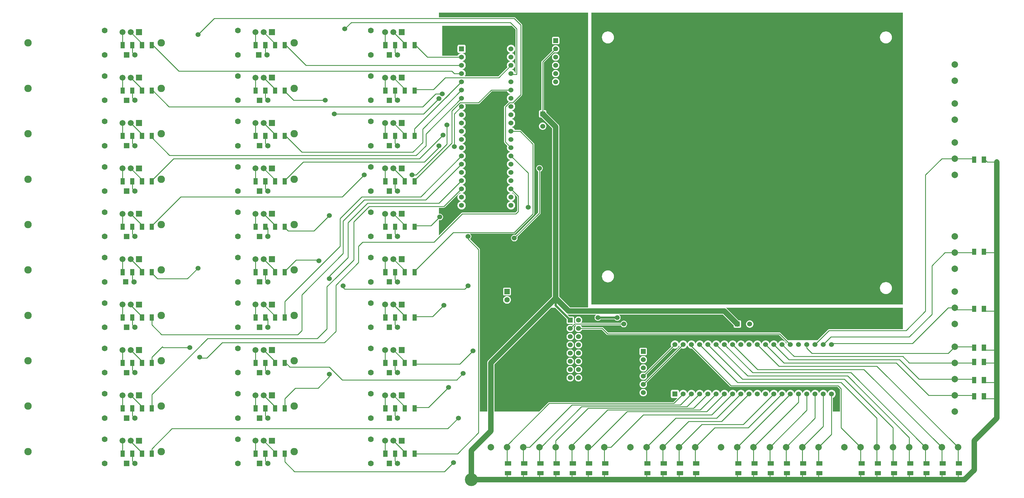
<source format=gbr>
G04 start of page 3 for group 1 idx 1 *
G04 Title: (unknown), solder *
G04 Creator: pcb 20091103 *
G04 CreationDate: Чтв 05 Июл 2012 10:45:54 UTC *
G04 For: aml *
G04 Format: Gerber/RS-274X *
G04 PCB-Dimensions: 1259850 590550 *
G04 PCB-Coordinate-Origin: lower left *
%MOIN*%
%FSLAX25Y25*%
%LNBACK*%
%ADD11C,0.0650*%
%ADD12C,0.0669*%
%ADD13C,0.0100*%
%ADD14C,0.0250*%
%ADD17C,0.0500*%
%ADD18C,0.0600*%
%ADD19C,0.0720*%
%ADD20C,0.0200*%
%ADD21C,0.0700*%
%ADD22C,0.0900*%
%ADD23C,0.0787*%
%ADD24C,0.1575*%
%ADD25R,0.0512X0.0512*%
%ADD26C,0.0420*%
%ADD27C,0.0430*%
%ADD28C,0.0380*%
%ADD29C,0.0300*%
%ADD30C,0.0394*%
%ADD31C,0.0236*%
%ADD32C,0.0336*%
%ADD33C,0.1181*%
%ADD34C,0.1260*%
%ADD35C,0.0350*%
G54D20*G36*
X704724Y582676D02*X744094D01*
Y224818D01*
X722272D01*
X709071Y238019D01*
Y444133D01*
X709072D01*
X709054Y444339D01*
Y444513D01*
X709024Y444683D01*
X709006Y444888D01*
X708952Y445091D01*
X708922Y445259D01*
X708864Y445419D01*
X708810Y445620D01*
X708723Y445806D01*
X708663Y445971D01*
X708574Y446125D01*
X708489Y446307D01*
X708373Y446473D01*
X708284Y446627D01*
X708173Y446759D01*
X708055Y446928D01*
X707907Y447076D01*
X707797Y447207D01*
X704724Y450280D01*
Y494357D01*
X705505Y494425D01*
X706263Y494628D01*
X706974Y494960D01*
X707617Y495410D01*
X708171Y495964D01*
X708621Y496607D01*
X708953Y497318D01*
X709156Y498076D01*
X709224Y498857D01*
X709156Y499638D01*
X708953Y500396D01*
X708621Y501107D01*
X708171Y501750D01*
X707617Y502304D01*
X706974Y502754D01*
X706263Y503086D01*
X705505Y503289D01*
X704724Y503357D01*
Y504357D01*
X705505Y504425D01*
X706263Y504628D01*
X706974Y504960D01*
X707617Y505410D01*
X708171Y505964D01*
X708621Y506607D01*
X708953Y507318D01*
X709156Y508076D01*
X709224Y508857D01*
X709156Y509638D01*
X708953Y510396D01*
X708621Y511107D01*
X708171Y511750D01*
X707617Y512304D01*
X706974Y512754D01*
X706263Y513086D01*
X705505Y513289D01*
X704724Y513357D01*
Y514357D01*
X705505Y514425D01*
X706263Y514628D01*
X706974Y514960D01*
X707617Y515410D01*
X708171Y515964D01*
X708621Y516607D01*
X708953Y517318D01*
X709156Y518076D01*
X709224Y518857D01*
X709156Y519638D01*
X708953Y520396D01*
X708621Y521107D01*
X708171Y521750D01*
X707617Y522304D01*
X706974Y522754D01*
X706263Y523086D01*
X705505Y523289D01*
X704724Y523357D01*
Y524357D01*
X705505Y524425D01*
X706263Y524628D01*
X706974Y524960D01*
X707617Y525410D01*
X708171Y525964D01*
X708621Y526607D01*
X708953Y527318D01*
X709156Y528076D01*
X709224Y528857D01*
X709156Y529638D01*
X708953Y530396D01*
X708621Y531107D01*
X708171Y531750D01*
X707617Y532304D01*
X706974Y532754D01*
X706263Y533086D01*
X705505Y533289D01*
X704724Y533357D01*
Y534357D01*
X705505Y534425D01*
X706263Y534628D01*
X706974Y534960D01*
X707617Y535410D01*
X708171Y535964D01*
X708621Y536607D01*
X708953Y537318D01*
X709156Y538076D01*
X709224Y538857D01*
X709156Y539638D01*
X708953Y540396D01*
X708621Y541107D01*
X708171Y541750D01*
X707617Y542304D01*
X706974Y542754D01*
X706263Y543086D01*
X705505Y543289D01*
X704724Y543357D01*
Y544357D01*
X707724D01*
X707984Y544380D01*
X708237Y544447D01*
X708474Y544558D01*
X708688Y544708D01*
X708873Y544893D01*
X709023Y545107D01*
X709134Y545344D01*
X709201Y545597D01*
X709224Y545857D01*
Y551857D01*
X709201Y552117D01*
X709134Y552370D01*
X709023Y552607D01*
X708873Y552821D01*
X708688Y553006D01*
X708474Y553156D01*
X708237Y553267D01*
X707984Y553334D01*
X707724Y553357D01*
X704724D01*
Y582676D01*
G37*
G36*
Y450280D02*X693476Y461528D01*
Y462881D01*
X693453Y463141D01*
X693386Y463394D01*
X693275Y463631D01*
X693125Y463845D01*
X692940Y464030D01*
X692726Y464180D01*
X692489Y464291D01*
X692236Y464358D01*
X691976Y464381D01*
X690476D01*
Y522489D01*
X702796Y534809D01*
X703185Y534628D01*
X703943Y534425D01*
X704724Y534357D01*
Y533357D01*
X703943Y533289D01*
X703185Y533086D01*
X702474Y532754D01*
X701831Y532304D01*
X701277Y531750D01*
X700827Y531107D01*
X700495Y530396D01*
X700292Y529638D01*
X700224Y528857D01*
X700292Y528076D01*
X700495Y527318D01*
X700827Y526607D01*
X701277Y525964D01*
X701831Y525410D01*
X702474Y524960D01*
X703185Y524628D01*
X703943Y524425D01*
X704724Y524357D01*
Y523357D01*
X703943Y523289D01*
X703185Y523086D01*
X702474Y522754D01*
X701831Y522304D01*
X701277Y521750D01*
X700827Y521107D01*
X700495Y520396D01*
X700292Y519638D01*
X700224Y518857D01*
X700292Y518076D01*
X700495Y517318D01*
X700827Y516607D01*
X701277Y515964D01*
X701831Y515410D01*
X702474Y514960D01*
X703185Y514628D01*
X703943Y514425D01*
X704724Y514357D01*
Y513357D01*
X703943Y513289D01*
X703185Y513086D01*
X702474Y512754D01*
X701831Y512304D01*
X701277Y511750D01*
X700827Y511107D01*
X700495Y510396D01*
X700292Y509638D01*
X700224Y508857D01*
X700292Y508076D01*
X700495Y507318D01*
X700827Y506607D01*
X701277Y505964D01*
X701831Y505410D01*
X702474Y504960D01*
X703185Y504628D01*
X703943Y504425D01*
X704724Y504357D01*
Y503357D01*
X703943Y503289D01*
X703185Y503086D01*
X702474Y502754D01*
X701831Y502304D01*
X701277Y501750D01*
X700827Y501107D01*
X700495Y500396D01*
X700292Y499638D01*
X700224Y498857D01*
X700292Y498076D01*
X700495Y497318D01*
X700827Y496607D01*
X701277Y495964D01*
X701831Y495410D01*
X702474Y494960D01*
X703185Y494628D01*
X703943Y494425D01*
X704724Y494357D01*
Y450280D01*
G37*
G36*
X688976Y453734D02*X700376Y442334D01*
Y238019D01*
X688976Y226619D01*
Y392998D01*
X688978Y393005D01*
X689039Y393700D01*
X688978Y394395D01*
X688976Y394402D01*
Y440381D01*
X689757Y440449D01*
X690515Y440652D01*
X691226Y440984D01*
X691869Y441434D01*
X692423Y441988D01*
X692873Y442631D01*
X693205Y443342D01*
X693408Y444100D01*
X693476Y444881D01*
X693408Y445662D01*
X693205Y446420D01*
X692873Y447131D01*
X692423Y447774D01*
X691869Y448328D01*
X691226Y448778D01*
X690515Y449110D01*
X689757Y449313D01*
X688976Y449381D01*
Y453734D01*
G37*
G36*
Y582676D02*X704724D01*
Y553357D01*
X701724D01*
X701464Y553334D01*
X701211Y553267D01*
X700974Y553156D01*
X700760Y553006D01*
X700575Y552821D01*
X700425Y552607D01*
X700314Y552370D01*
X700247Y552117D01*
X700224Y551857D01*
Y545857D01*
X700247Y545597D01*
X700314Y545344D01*
X700425Y545107D01*
X700575Y544893D01*
X700760Y544708D01*
X700974Y544558D01*
X701211Y544447D01*
X701464Y544380D01*
X701724Y544357D01*
X704724D01*
Y543357D01*
X703943Y543289D01*
X703185Y543086D01*
X702474Y542754D01*
X701831Y542304D01*
X701277Y541750D01*
X700827Y541107D01*
X700495Y540396D01*
X700292Y539638D01*
X700224Y538857D01*
X700292Y538076D01*
X700495Y537318D01*
X700676Y536931D01*
X688976Y525231D01*
Y582676D01*
G37*
G36*
Y226619D02*X669783Y207426D01*
Y322190D01*
X686099Y338506D01*
X686100Y338505D01*
X686147Y338561D01*
X686188Y338602D01*
X686221Y338649D01*
X686268Y338705D01*
X686305Y338769D01*
X686338Y338816D01*
X686364Y338871D01*
X686399Y338932D01*
X686422Y338995D01*
X686449Y339053D01*
X686466Y339117D01*
X686488Y339178D01*
X686500Y339247D01*
X686516Y339306D01*
X686521Y339362D01*
X686534Y339435D01*
Y339509D01*
X686539Y339566D01*
Y390003D01*
X687039Y390236D01*
X687610Y390636D01*
X688103Y391129D01*
X688503Y391700D01*
X688798Y392332D01*
X688976Y392998D01*
Y226619D01*
G37*
G36*
X678659Y423295D02*Y423358D01*
X678648Y423418D01*
X678642Y423487D01*
X678623Y423557D01*
X678613Y423616D01*
X678594Y423669D01*
X678575Y423740D01*
X678543Y423809D01*
X678524Y423861D01*
X678494Y423914D01*
X678464Y423977D01*
X678425Y424033D01*
X678393Y424088D01*
X678352Y424136D01*
X678314Y424191D01*
X678267Y424238D01*
X678225Y424288D01*
X669783Y432730D01*
Y582676D01*
X688976D01*
Y525231D01*
X687915Y524170D01*
X687916Y524169D01*
X687890Y524138D01*
X687826Y524074D01*
X687775Y524001D01*
X687748Y523969D01*
X687726Y523931D01*
X687676Y523860D01*
X687641Y523785D01*
X687617Y523743D01*
X687600Y523696D01*
X687566Y523622D01*
X687545Y523543D01*
X687528Y523497D01*
X687520Y523450D01*
X687498Y523370D01*
X687490Y523281D01*
X687483Y523240D01*
Y523201D01*
X687475Y523109D01*
Y464381D01*
X685976D01*
X685716Y464358D01*
X685463Y464291D01*
X685226Y464180D01*
X685012Y464030D01*
X684827Y463845D01*
X684677Y463631D01*
X684566Y463394D01*
X684499Y463141D01*
X684476Y462881D01*
Y456881D01*
X684499Y456621D01*
X684566Y456368D01*
X684677Y456131D01*
X684827Y455917D01*
X685012Y455732D01*
X685226Y455582D01*
X685463Y455471D01*
X685716Y455404D01*
X685976Y455381D01*
X687329D01*
X688976Y453734D01*
Y449381D01*
X688195Y449313D01*
X687437Y449110D01*
X686726Y448778D01*
X686083Y448328D01*
X685529Y447774D01*
X685079Y447131D01*
X684747Y446420D01*
X684544Y445662D01*
X684476Y444881D01*
X684544Y444100D01*
X684747Y443342D01*
X685079Y442631D01*
X685529Y441988D01*
X686083Y441434D01*
X686726Y440984D01*
X687437Y440652D01*
X688195Y440449D01*
X688976Y440381D01*
Y394402D01*
X688798Y395068D01*
X688503Y395700D01*
X688103Y396271D01*
X687610Y396764D01*
X687039Y397164D01*
X686407Y397459D01*
X685734Y397639D01*
X685039Y397700D01*
X684344Y397639D01*
X683671Y397459D01*
X683039Y397164D01*
X682468Y396764D01*
X681975Y396271D01*
X681575Y395700D01*
X681280Y395068D01*
X681100Y394395D01*
X681039Y393700D01*
X681100Y393005D01*
X681280Y392332D01*
X681575Y391700D01*
X681975Y391129D01*
X682468Y390636D01*
X683039Y390236D01*
X683538Y390003D01*
Y340187D01*
X669783Y326432D01*
Y329079D01*
X678225Y337521D01*
X678226Y337520D01*
X678278Y337582D01*
X678313Y337617D01*
X678341Y337657D01*
X678394Y337720D01*
X678435Y337791D01*
X678463Y337831D01*
X678484Y337876D01*
X678525Y337947D01*
X678552Y338021D01*
X678574Y338068D01*
X678588Y338120D01*
X678614Y338193D01*
X678628Y338274D01*
X678641Y338321D01*
X678645Y338366D01*
X678660Y338450D01*
Y338536D01*
X678664Y338581D01*
Y423227D01*
X678665D01*
X678659Y423295D01*
G37*
G36*
X669783Y207426D02*X645669Y183312D01*
Y229343D01*
X646494Y229415D01*
X647294Y229629D01*
X648044Y229979D01*
X648722Y230454D01*
X649308Y231040D01*
X649783Y231718D01*
X650133Y232468D01*
X650347Y233268D01*
X650419Y234093D01*
X650347Y234918D01*
X650133Y235718D01*
X649783Y236468D01*
X649308Y237146D01*
X648722Y237732D01*
X648044Y238207D01*
X647294Y238557D01*
X646494Y238771D01*
X645669Y238843D01*
Y239343D01*
X648919D01*
X649179Y239366D01*
X649432Y239433D01*
X649669Y239544D01*
X649883Y239694D01*
X650068Y239879D01*
X650218Y240093D01*
X650329Y240330D01*
X650396Y240583D01*
X650419Y240843D01*
Y247343D01*
X650396Y247603D01*
X650329Y247856D01*
X650218Y248093D01*
X650068Y248307D01*
X649883Y248492D01*
X649669Y248642D01*
X649432Y248753D01*
X649179Y248820D01*
X648919Y248843D01*
X645669D01*
Y314444D01*
X654528D01*
X654608Y314451D01*
X654659D01*
X654712Y314460D01*
X654788Y314467D01*
X654862Y314487D01*
X654916Y314496D01*
X654967Y314514D01*
X655041Y314534D01*
X655106Y314565D01*
X655162Y314585D01*
X655213Y314615D01*
X655278Y314645D01*
X655339Y314687D01*
X655388Y314716D01*
X655432Y314753D01*
X655492Y314795D01*
X655544Y314847D01*
X655588Y314884D01*
X669783Y329079D01*
Y326432D01*
X656078Y312727D01*
X655895Y312813D01*
X655222Y312993D01*
X654527Y313054D01*
X653832Y312993D01*
X653159Y312813D01*
X652527Y312518D01*
X651956Y312118D01*
X651463Y311625D01*
X651063Y311054D01*
X650768Y310422D01*
X650588Y309749D01*
X650527Y309054D01*
X650588Y308359D01*
X650768Y307686D01*
X651063Y307054D01*
X651463Y306483D01*
X651956Y305990D01*
X652527Y305590D01*
X653159Y305295D01*
X653832Y305115D01*
X654527Y305054D01*
X655222Y305115D01*
X655895Y305295D01*
X656527Y305590D01*
X657098Y305990D01*
X657591Y306483D01*
X657991Y307054D01*
X658286Y307686D01*
X658466Y308359D01*
X658527Y309054D01*
X658466Y309749D01*
X658286Y310422D01*
X658200Y310607D01*
X669783Y322190D01*
Y207426D01*
G37*
G36*
Y432730D02*X662635Y439878D01*
X662598Y439909D01*
X662539Y439968D01*
X662470Y440016D01*
X662435Y440046D01*
X662394Y440070D01*
X662325Y440118D01*
X662252Y440152D01*
X662208Y440177D01*
X662158Y440195D01*
X662087Y440228D01*
X662011Y440249D01*
X661963Y440266D01*
X661913Y440275D01*
X661835Y440296D01*
X661756Y440303D01*
X661705Y440312D01*
X661653D01*
X661574Y440319D01*
X655305D01*
X655249Y440528D01*
X654881Y441318D01*
X654381Y442032D01*
X653765Y442648D01*
X653051Y443148D01*
X652261Y443516D01*
X651419Y443742D01*
X650551Y443818D01*
X651419Y443894D01*
X652261Y444120D01*
X653051Y444488D01*
X653765Y444988D01*
X654381Y445604D01*
X654881Y446318D01*
X655249Y447108D01*
X655475Y447950D01*
X655551Y448818D01*
X655475Y449686D01*
X655249Y450528D01*
X654881Y451318D01*
X654381Y452032D01*
X653765Y452648D01*
X653051Y453148D01*
X652261Y453516D01*
X651419Y453742D01*
X650551Y453818D01*
X651419Y453894D01*
X652261Y454120D01*
X653051Y454488D01*
X653765Y454988D01*
X654381Y455604D01*
X654881Y456318D01*
X655249Y457108D01*
X655475Y457950D01*
X655551Y458818D01*
X655475Y459686D01*
X655249Y460528D01*
X654881Y461318D01*
X654381Y462032D01*
X653765Y462648D01*
X653051Y463148D01*
X652261Y463516D01*
X651419Y463742D01*
X650551Y463818D01*
X651419Y463894D01*
X652261Y464120D01*
X653051Y464488D01*
X653765Y464988D01*
X654381Y465604D01*
X654881Y466318D01*
X655249Y467108D01*
X655475Y467950D01*
X655551Y468818D01*
X655475Y469686D01*
X655249Y470528D01*
X654881Y471318D01*
X654381Y472032D01*
X653834Y472579D01*
X663462Y482207D01*
X663463Y482206D01*
X663510Y482262D01*
X663551Y482303D01*
X663583Y482349D01*
X663631Y482406D01*
X663667Y482469D01*
X663701Y482517D01*
X663727Y482573D01*
X663762Y482633D01*
X663785Y482696D01*
X663812Y482754D01*
X663828Y482816D01*
X663851Y482879D01*
X663863Y482948D01*
X663879Y483007D01*
X663884Y483065D01*
X663897Y483136D01*
Y483210D01*
X663902Y483267D01*
Y567912D01*
X663903D01*
X663896Y567991D01*
Y568043D01*
X663887Y568093D01*
X663880Y568173D01*
X663859Y568250D01*
X663850Y568301D01*
X663832Y568350D01*
X663812Y568425D01*
X663778Y568498D01*
X663761Y568546D01*
X663736Y568590D01*
X663702Y568663D01*
X663654Y568732D01*
X663630Y568773D01*
X663599Y568810D01*
X663552Y568877D01*
X663494Y568935D01*
X663462Y568973D01*
X655589Y576846D01*
X655538Y576889D01*
X655492Y576935D01*
X655437Y576974D01*
X655389Y577014D01*
X655333Y577047D01*
X655278Y577085D01*
X655215Y577115D01*
X655162Y577145D01*
X655109Y577164D01*
X655041Y577196D01*
X654968Y577215D01*
X654917Y577234D01*
X654857Y577245D01*
X654788Y577263D01*
X654721Y577269D01*
X654659Y577280D01*
X654596D01*
X654528Y577286D01*
X645669D01*
Y582676D01*
X669783D01*
Y432730D01*
G37*
G36*
X645669Y183312D02*X622910Y160553D01*
X622911Y160552D01*
X622807Y160428D01*
X622653Y160274D01*
X622531Y160099D01*
X622424Y159972D01*
X622337Y159821D01*
X622219Y159653D01*
X622131Y159466D01*
X622045Y159316D01*
X621988Y159158D01*
X621898Y158966D01*
X621843Y158761D01*
X621786Y158604D01*
X621757Y158441D01*
X621702Y158234D01*
X621683Y158018D01*
X621655Y157858D01*
Y157697D01*
X621636Y157479D01*
Y98424D01*
X612719D01*
Y295274D01*
X612720D01*
X612714Y295342D01*
Y295405D01*
X612703Y295468D01*
X612697Y295534D01*
X612679Y295602D01*
X612668Y295663D01*
X612649Y295714D01*
X612630Y295787D01*
X612598Y295854D01*
X612579Y295908D01*
X612550Y295958D01*
X612519Y296024D01*
X612479Y296080D01*
X612448Y296135D01*
X612407Y296184D01*
X612369Y296238D01*
X612322Y296285D01*
X612280Y296335D01*
X600797Y307818D01*
X600996Y307958D01*
X601489Y308451D01*
X601889Y309022D01*
X602184Y309654D01*
X602364Y310327D01*
X602425Y311022D01*
X602364Y311717D01*
X602184Y312390D01*
X601889Y313022D01*
X601489Y313593D01*
X600996Y314086D01*
X600485Y314444D01*
X645669D01*
Y248843D01*
X642419D01*
X642159Y248820D01*
X641906Y248753D01*
X641669Y248642D01*
X641455Y248492D01*
X641270Y248307D01*
X641120Y248093D01*
X641009Y247856D01*
X640942Y247603D01*
X640919Y247343D01*
Y240843D01*
X640942Y240583D01*
X641009Y240330D01*
X641120Y240093D01*
X641270Y239879D01*
X641455Y239694D01*
X641669Y239544D01*
X641906Y239433D01*
X642159Y239366D01*
X642419Y239343D01*
X645669D01*
Y238843D01*
X644844Y238771D01*
X644044Y238557D01*
X643294Y238207D01*
X642616Y237732D01*
X642030Y237146D01*
X641555Y236468D01*
X641205Y235718D01*
X640991Y234918D01*
X640919Y234093D01*
X640991Y233268D01*
X641205Y232468D01*
X641555Y231718D01*
X642030Y231040D01*
X642616Y230454D01*
X643294Y229979D01*
X644044Y229629D01*
X644844Y229415D01*
X645669Y229343D01*
Y183312D01*
G37*
G36*
Y577286D02*X562992D01*
Y582676D01*
X645669D01*
Y577286D01*
G37*
G36*
X562992Y312160D02*Y330782D01*
X563281Y330705D01*
X563976Y330644D01*
X564671Y330705D01*
X565344Y330885D01*
X565976Y331180D01*
X566547Y331580D01*
X567040Y332073D01*
X567440Y332644D01*
X567735Y333276D01*
X567915Y333949D01*
X567976Y334644D01*
X567915Y335339D01*
X567735Y336012D01*
X567440Y336644D01*
X567040Y337215D01*
X566547Y337708D01*
X565976Y338108D01*
X565344Y338403D01*
X564671Y338583D01*
X563976Y338644D01*
X563281Y338583D01*
X562992Y338506D01*
Y345940D01*
X569173D01*
Y345939D01*
X569264Y345947D01*
X569304D01*
X569345Y345954D01*
X569434Y345962D01*
X569516Y345984D01*
X569561Y345992D01*
X569607Y346009D01*
X569686Y346030D01*
X569758Y346063D01*
X569807Y346081D01*
X569848Y346105D01*
X569924Y346140D01*
X569997Y346191D01*
X570033Y346212D01*
X570064Y346238D01*
X570138Y346290D01*
X570202Y346354D01*
X570233Y346380D01*
X588249Y364396D01*
X588841Y364120D01*
X589683Y363894D01*
X590551Y363818D01*
X589683Y363742D01*
X588841Y363516D01*
X588051Y363148D01*
X587337Y362648D01*
X586721Y362032D01*
X586221Y361318D01*
X585853Y360528D01*
X585627Y359686D01*
X585551Y358818D01*
X585627Y357950D01*
X585853Y357108D01*
X586221Y356318D01*
X586721Y355604D01*
X587337Y354988D01*
X588051Y354488D01*
X588841Y354120D01*
X589683Y353894D01*
X590551Y353818D01*
X589683Y353742D01*
X588841Y353516D01*
X588051Y353148D01*
X587337Y352648D01*
X586721Y352032D01*
X586221Y351318D01*
X585853Y350528D01*
X585627Y349686D01*
X585551Y348818D01*
X585627Y347950D01*
X585853Y347108D01*
X586221Y346318D01*
X586721Y345604D01*
X587337Y344988D01*
X588051Y344488D01*
X588841Y344120D01*
X589683Y343894D01*
X590551Y343818D01*
X591419Y343894D01*
X592261Y344120D01*
X593051Y344488D01*
X593765Y344988D01*
X594381Y345604D01*
X594881Y346318D01*
X595249Y347108D01*
X595475Y347950D01*
X595551Y348818D01*
X595475Y349686D01*
X595249Y350528D01*
X594881Y351318D01*
X594381Y352032D01*
X593765Y352648D01*
X593051Y353148D01*
X592261Y353516D01*
X591419Y353742D01*
X590551Y353818D01*
X591419Y353894D01*
X592261Y354120D01*
X593051Y354488D01*
X593765Y354988D01*
X594381Y355604D01*
X594881Y356318D01*
X595249Y357108D01*
X595475Y357950D01*
X595551Y358818D01*
X595475Y359686D01*
X595249Y360528D01*
X594881Y361318D01*
X594381Y362032D01*
X593765Y362648D01*
X593051Y363148D01*
X592261Y363516D01*
X591419Y363742D01*
X590551Y363818D01*
X591419Y363894D01*
X592261Y364120D01*
X593051Y364488D01*
X593765Y364988D01*
X594381Y365604D01*
X594881Y366318D01*
X595249Y367108D01*
X595475Y367950D01*
X595551Y368818D01*
X595475Y369686D01*
X595249Y370528D01*
X594881Y371318D01*
X594381Y372032D01*
X593765Y372648D01*
X593051Y373148D01*
X592261Y373516D01*
X591419Y373742D01*
X590551Y373818D01*
X591419Y373894D01*
X592261Y374120D01*
X593051Y374488D01*
X593765Y374988D01*
X594381Y375604D01*
X594881Y376318D01*
X595249Y377108D01*
X595475Y377950D01*
X595551Y378818D01*
X595475Y379686D01*
X595249Y380528D01*
X594881Y381318D01*
X594381Y382032D01*
X593765Y382648D01*
X593051Y383148D01*
X592261Y383516D01*
X591419Y383742D01*
X590551Y383818D01*
X591419Y383894D01*
X592261Y384120D01*
X593051Y384488D01*
X593765Y384988D01*
X594381Y385604D01*
X594881Y386318D01*
X595249Y387108D01*
X595475Y387950D01*
X595551Y388818D01*
X595475Y389686D01*
X595249Y390528D01*
X594881Y391318D01*
X594381Y392032D01*
X593765Y392648D01*
X593051Y393148D01*
X592261Y393516D01*
X591419Y393742D01*
X590551Y393818D01*
X591419Y393894D01*
X592261Y394120D01*
X593051Y394488D01*
X593765Y394988D01*
X594381Y395604D01*
X594881Y396318D01*
X595249Y397108D01*
X595475Y397950D01*
X595551Y398818D01*
X595475Y399686D01*
X595249Y400528D01*
X594881Y401318D01*
X594381Y402032D01*
X593765Y402648D01*
X593051Y403148D01*
X592261Y403516D01*
X591419Y403742D01*
X590551Y403818D01*
X591419Y403894D01*
X592261Y404120D01*
X593051Y404488D01*
X593765Y404988D01*
X594381Y405604D01*
X594881Y406318D01*
X595249Y407108D01*
X595475Y407950D01*
X595551Y408818D01*
X595475Y409686D01*
X595249Y410528D01*
X594881Y411318D01*
X594381Y412032D01*
X593765Y412648D01*
X593051Y413148D01*
X592261Y413516D01*
X591419Y413742D01*
X590551Y413818D01*
X591419Y413894D01*
X592261Y414120D01*
X593051Y414488D01*
X593765Y414988D01*
X594381Y415604D01*
X594881Y416318D01*
X595249Y417108D01*
X595475Y417950D01*
X595551Y418818D01*
X595475Y419686D01*
X595249Y420528D01*
X594881Y421318D01*
X594381Y422032D01*
X593765Y422648D01*
X593051Y423148D01*
X592261Y423516D01*
X591419Y423742D01*
X590551Y423818D01*
X591419Y423894D01*
X592261Y424120D01*
X593051Y424488D01*
X593765Y424988D01*
X594381Y425604D01*
X594881Y426318D01*
X595249Y427108D01*
X595475Y427950D01*
X595551Y428818D01*
X595475Y429686D01*
X595249Y430528D01*
X594881Y431318D01*
X594381Y432032D01*
X593765Y432648D01*
X593051Y433148D01*
X592261Y433516D01*
X591419Y433742D01*
X590551Y433818D01*
X591419Y433894D01*
X592261Y434120D01*
X593051Y434488D01*
X593765Y434988D01*
X594381Y435604D01*
X594881Y436318D01*
X595249Y437108D01*
X595475Y437950D01*
X595551Y438818D01*
X595475Y439686D01*
X595249Y440528D01*
X594881Y441318D01*
X594381Y442032D01*
X593765Y442648D01*
X593051Y443148D01*
X592261Y443516D01*
X591419Y443742D01*
X590551Y443818D01*
X591419Y443894D01*
X592261Y444120D01*
X593051Y444488D01*
X593765Y444988D01*
X594381Y445604D01*
X594881Y446318D01*
X595249Y447108D01*
X595475Y447950D01*
X595551Y448818D01*
X595475Y449686D01*
X595249Y450528D01*
X594881Y451318D01*
X594381Y452032D01*
X593765Y452648D01*
X593051Y453148D01*
X592261Y453516D01*
X591419Y453742D01*
X590551Y453818D01*
X591419Y453894D01*
X592261Y454120D01*
X593051Y454488D01*
X593765Y454988D01*
X594381Y455604D01*
X594881Y456318D01*
X595249Y457108D01*
X595475Y457950D01*
X595551Y458818D01*
X595475Y459686D01*
X595249Y460528D01*
X594881Y461318D01*
X594381Y462032D01*
X593765Y462648D01*
X593051Y463148D01*
X592261Y463516D01*
X591419Y463742D01*
X590551Y463818D01*
X591419Y463894D01*
X592261Y464120D01*
X593051Y464488D01*
X593765Y464988D01*
X594381Y465604D01*
X594881Y466318D01*
X595249Y467108D01*
X595475Y467950D01*
X595551Y468818D01*
X595475Y469686D01*
X595249Y470528D01*
X594881Y471318D01*
X594457Y471924D01*
X611220D01*
Y471923D01*
X611312Y471931D01*
X611351D01*
X611392Y471938D01*
X611481Y471946D01*
X611561Y471968D01*
X611608Y471976D01*
X611654Y471993D01*
X611733Y472014D01*
X611807Y472048D01*
X611854Y472065D01*
X611896Y472089D01*
X611971Y472124D01*
X612042Y472174D01*
X612080Y472196D01*
X612112Y472223D01*
X612185Y472274D01*
X612249Y472338D01*
X612280Y472364D01*
X627234Y487318D01*
X645797D01*
X645853Y487108D01*
X646221Y486318D01*
X646721Y485604D01*
X647337Y484988D01*
X648051Y484488D01*
X648841Y484120D01*
X649683Y483894D01*
X650551Y483818D01*
X649683Y483742D01*
X648841Y483516D01*
X648051Y483148D01*
X647337Y482648D01*
X646721Y482032D01*
X646221Y481318D01*
X645853Y480528D01*
X645627Y479686D01*
X645551Y478818D01*
X645627Y477950D01*
X645853Y477108D01*
X646221Y476318D01*
X646721Y475604D01*
X647337Y474988D01*
X647791Y474670D01*
X647761Y474653D01*
X647705Y474606D01*
X647658Y474573D01*
X647617Y474532D01*
X647561Y474485D01*
X642640Y469564D01*
X642641Y469563D01*
X642604Y469519D01*
X642552Y469467D01*
X642510Y469407D01*
X642473Y469363D01*
X642444Y469313D01*
X642402Y469253D01*
X642372Y469189D01*
X642342Y469137D01*
X642323Y469084D01*
X642291Y469016D01*
X642271Y468940D01*
X642253Y468891D01*
X642243Y468836D01*
X642224Y468763D01*
X642217Y468688D01*
X642208Y468634D01*
Y468582D01*
X642201Y468503D01*
Y425668D01*
X642202D01*
X642207Y425611D01*
Y425538D01*
X642220Y425463D01*
X642225Y425408D01*
X642239Y425357D01*
X642252Y425281D01*
X642277Y425213D01*
X642292Y425155D01*
X642317Y425101D01*
X642341Y425035D01*
X642379Y424969D01*
X642403Y424918D01*
X642434Y424874D01*
X642472Y424808D01*
X642521Y424750D01*
X642553Y424704D01*
X642593Y424664D01*
X642640Y424608D01*
X646129Y421119D01*
X645853Y420528D01*
X645627Y419686D01*
X645551Y418818D01*
X645627Y417950D01*
X645853Y417108D01*
X646221Y416318D01*
X646721Y415604D01*
X647337Y414988D01*
X648051Y414488D01*
X648841Y414120D01*
X649683Y413894D01*
X650551Y413818D01*
X649683Y413742D01*
X648841Y413516D01*
X648051Y413148D01*
X647337Y412648D01*
X646721Y412032D01*
X646221Y411318D01*
X645853Y410528D01*
X645627Y409686D01*
X645551Y408818D01*
X645627Y407950D01*
X645853Y407108D01*
X646221Y406318D01*
X646721Y405604D01*
X647337Y404988D01*
X648051Y404488D01*
X648841Y404120D01*
X649683Y403894D01*
X650551Y403818D01*
X649683Y403742D01*
X648841Y403516D01*
X648051Y403148D01*
X647337Y402648D01*
X646721Y402032D01*
X646221Y401318D01*
X645853Y400528D01*
X645627Y399686D01*
X645551Y398818D01*
X645627Y397950D01*
X645853Y397108D01*
X646221Y396318D01*
X646721Y395604D01*
X647337Y394988D01*
X648051Y394488D01*
X648841Y394120D01*
X649683Y393894D01*
X650551Y393818D01*
X649683Y393742D01*
X648841Y393516D01*
X648051Y393148D01*
X647337Y392648D01*
X646721Y392032D01*
X646221Y391318D01*
X645853Y390528D01*
X645627Y389686D01*
X645551Y388818D01*
X645627Y387950D01*
X645853Y387108D01*
X646221Y386318D01*
X646721Y385604D01*
X647337Y384988D01*
X648051Y384488D01*
X648841Y384120D01*
X649683Y383894D01*
X650551Y383818D01*
X649683Y383742D01*
X648841Y383516D01*
X648051Y383148D01*
X647337Y382648D01*
X646721Y382032D01*
X646221Y381318D01*
X645853Y380528D01*
X645627Y379686D01*
X645551Y378818D01*
X645627Y377950D01*
X645853Y377108D01*
X646221Y376318D01*
X646721Y375604D01*
X647337Y374988D01*
X648051Y374488D01*
X648841Y374120D01*
X649683Y373894D01*
X650551Y373818D01*
X649683Y373742D01*
X648841Y373516D01*
X648051Y373148D01*
X647337Y372648D01*
X646721Y372032D01*
X646221Y371318D01*
X645853Y370528D01*
X645627Y369686D01*
X645551Y368818D01*
X645627Y367950D01*
X645853Y367108D01*
X646221Y366318D01*
X646721Y365604D01*
X647337Y364988D01*
X648051Y364488D01*
X648841Y364120D01*
X649683Y363894D01*
X650551Y363818D01*
X649683Y363742D01*
X648841Y363516D01*
X648051Y363148D01*
X647337Y362648D01*
X646721Y362032D01*
X646221Y361318D01*
X645853Y360528D01*
X645627Y359686D01*
X645551Y358818D01*
X645627Y357950D01*
X645853Y357108D01*
X646221Y356318D01*
X646721Y355604D01*
X647337Y354988D01*
X648051Y354488D01*
X648841Y354120D01*
X649683Y353894D01*
X650551Y353818D01*
X649683Y353742D01*
X648841Y353516D01*
X648051Y353148D01*
X647337Y352648D01*
X646721Y352032D01*
X646221Y351318D01*
X645853Y350528D01*
X645627Y349686D01*
X645551Y348818D01*
X645627Y347950D01*
X645853Y347108D01*
X646221Y346318D01*
X646721Y345604D01*
X647337Y344988D01*
X648051Y344488D01*
X648841Y344120D01*
X649683Y343894D01*
X650551Y343818D01*
X651419Y343894D01*
X652261Y344120D01*
X653051Y344488D01*
X653765Y344988D01*
X654381Y345604D01*
X654881Y346318D01*
X655249Y347108D01*
X655475Y347950D01*
X655551Y348818D01*
X655475Y349686D01*
X655249Y350528D01*
X654881Y351318D01*
X654381Y352032D01*
X653765Y352648D01*
X653051Y353148D01*
X652261Y353516D01*
X651419Y353742D01*
X650551Y353818D01*
X651419Y353894D01*
X652261Y354120D01*
X653051Y354488D01*
X653765Y354988D01*
X654381Y355604D01*
X654881Y356318D01*
X655249Y357108D01*
X655475Y357950D01*
X655551Y358818D01*
X655475Y359686D01*
X655249Y360528D01*
X654881Y361318D01*
X654381Y362032D01*
X653765Y362648D01*
X653051Y363148D01*
X652261Y363516D01*
X651419Y363742D01*
X650551Y363818D01*
X651419Y363894D01*
X652261Y364120D01*
X652852Y364396D01*
X657948Y359300D01*
Y342155D01*
X655874Y340081D01*
X591535D01*
Y340080D01*
X591490Y340076D01*
X591404D01*
X591320Y340061D01*
X591275Y340057D01*
X591228Y340045D01*
X591147Y340030D01*
X591076Y340004D01*
X591022Y339990D01*
X590972Y339967D01*
X590901Y339941D01*
X590830Y339900D01*
X590785Y339879D01*
X590745Y339851D01*
X590674Y339810D01*
X590611Y339757D01*
X590571Y339729D01*
X590536Y339694D01*
X590474Y339642D01*
X562992Y312160D01*
G37*
G36*
X566929Y530318D02*Y566928D01*
X651422D01*
X655980Y562370D01*
Y509373D01*
X655502D01*
X655475Y509686D01*
X655249Y510528D01*
X654881Y511318D01*
X654381Y512032D01*
X653765Y512648D01*
X653051Y513148D01*
X652261Y513516D01*
X651419Y513742D01*
X650551Y513818D01*
X651419Y513894D01*
X652261Y514120D01*
X653051Y514488D01*
X653765Y514988D01*
X654381Y515604D01*
X654881Y516318D01*
X655249Y517108D01*
X655475Y517950D01*
X655551Y518818D01*
X655475Y519686D01*
X655249Y520528D01*
X654881Y521318D01*
X654381Y522032D01*
X653765Y522648D01*
X653051Y523148D01*
X652261Y523516D01*
X651419Y523742D01*
X650551Y523818D01*
X651419Y523894D01*
X652261Y524120D01*
X653051Y524488D01*
X653765Y524988D01*
X654381Y525604D01*
X654881Y526318D01*
X655249Y527108D01*
X655475Y527950D01*
X655551Y528818D01*
X655475Y529686D01*
X655249Y530528D01*
X654881Y531318D01*
X654381Y532032D01*
X653765Y532648D01*
X653051Y533148D01*
X652261Y533516D01*
X651419Y533742D01*
X650551Y533818D01*
X651419Y533894D01*
X652261Y534120D01*
X653051Y534488D01*
X653765Y534988D01*
X654381Y535604D01*
X654881Y536318D01*
X655249Y537108D01*
X655475Y537950D01*
X655551Y538818D01*
X655475Y539686D01*
X655249Y540528D01*
X654881Y541318D01*
X654381Y542032D01*
X653765Y542648D01*
X653051Y543148D01*
X652261Y543516D01*
X651419Y543742D01*
X650551Y543818D01*
X649683Y543742D01*
X648841Y543516D01*
X648051Y543148D01*
X647337Y542648D01*
X646721Y542032D01*
X646221Y541318D01*
X645853Y540528D01*
X645627Y539686D01*
X645551Y538818D01*
X645627Y537950D01*
X645853Y537108D01*
X646221Y536318D01*
X646721Y535604D01*
X647337Y534988D01*
X648051Y534488D01*
X648841Y534120D01*
X649683Y533894D01*
X650551Y533818D01*
X649683Y533742D01*
X648841Y533516D01*
X648051Y533148D01*
X647337Y532648D01*
X646721Y532032D01*
X646221Y531318D01*
X645853Y530528D01*
X645627Y529686D01*
X645551Y528818D01*
X645627Y527950D01*
X645853Y527108D01*
X646221Y526318D01*
X646721Y525604D01*
X647337Y524988D01*
X648051Y524488D01*
X648841Y524120D01*
X649683Y523894D01*
X650551Y523818D01*
X649683Y523742D01*
X648841Y523516D01*
X648051Y523148D01*
X647337Y522648D01*
X646721Y522032D01*
X646221Y521318D01*
X645853Y520528D01*
X645627Y519686D01*
X645551Y518818D01*
X645627Y517950D01*
X645853Y517108D01*
X646128Y516517D01*
X635047Y505436D01*
X594213D01*
X594381Y505604D01*
X594881Y506318D01*
X595249Y507108D01*
X595475Y507950D01*
X595551Y508818D01*
X595475Y509686D01*
X595249Y510528D01*
X594881Y511318D01*
X594381Y512032D01*
X593765Y512648D01*
X593051Y513148D01*
X592261Y513516D01*
X591419Y513742D01*
X590551Y513818D01*
X591419Y513894D01*
X592261Y514120D01*
X593051Y514488D01*
X593765Y514988D01*
X594381Y515604D01*
X594881Y516318D01*
X595249Y517108D01*
X595475Y517950D01*
X595551Y518818D01*
X595475Y519686D01*
X595249Y520528D01*
X594881Y521318D01*
X594381Y522032D01*
X593765Y522648D01*
X593051Y523148D01*
X592261Y523516D01*
X591419Y523742D01*
X590551Y523818D01*
X591419Y523894D01*
X592261Y524120D01*
X593051Y524488D01*
X593765Y524988D01*
X594381Y525604D01*
X594881Y526318D01*
X595249Y527108D01*
X595475Y527950D01*
X595551Y528818D01*
X595475Y529686D01*
X595249Y530528D01*
X594881Y531318D01*
X594381Y532032D01*
X593765Y532648D01*
X593051Y533148D01*
X592261Y533516D01*
X591419Y533742D01*
X590551Y533818D01*
X593551D01*
X593898Y533848D01*
X594235Y533939D01*
X594551Y534086D01*
X594837Y534286D01*
X595083Y534532D01*
X595283Y534818D01*
X595430Y535134D01*
X595521Y535471D01*
X595551Y535818D01*
Y541818D01*
X595521Y542165D01*
X595430Y542502D01*
X595283Y542818D01*
X595083Y543104D01*
X594837Y543350D01*
X594551Y543550D01*
X594235Y543697D01*
X593898Y543788D01*
X593551Y543818D01*
X587551D01*
X587204Y543788D01*
X586867Y543697D01*
X586551Y543550D01*
X586265Y543350D01*
X586019Y543104D01*
X585819Y542818D01*
X585672Y542502D01*
X585581Y542165D01*
X585551Y541818D01*
Y535818D01*
X585581Y535471D01*
X585672Y535134D01*
X585819Y534818D01*
X586019Y534532D01*
X586265Y534286D01*
X586551Y534086D01*
X586867Y533939D01*
X587204Y533848D01*
X587551Y533818D01*
X590551D01*
X589683Y533742D01*
X588841Y533516D01*
X588051Y533148D01*
X587337Y532648D01*
X586721Y532032D01*
X586221Y531318D01*
X585853Y530528D01*
X585797Y530318D01*
X566929D01*
G37*
G36*
X1105512Y582675D02*X1125985D01*
Y228344D01*
X1105512D01*
Y241125D01*
X1106779Y241236D01*
X1108008Y241565D01*
X1109162Y242103D01*
X1110204Y242833D01*
X1111103Y243732D01*
X1111833Y244774D01*
X1112371Y245928D01*
X1112700Y247157D01*
X1112811Y248424D01*
X1112700Y249691D01*
X1112371Y250920D01*
X1111833Y252074D01*
X1111103Y253116D01*
X1110204Y254015D01*
X1109162Y254745D01*
X1108008Y255283D01*
X1106779Y255612D01*
X1105512Y255723D01*
Y545456D01*
X1106779Y545567D01*
X1108008Y545896D01*
X1109162Y546434D01*
X1110204Y547164D01*
X1111103Y548063D01*
X1111833Y549105D01*
X1112371Y550259D01*
X1112700Y551488D01*
X1112811Y552755D01*
X1112700Y554022D01*
X1112371Y555251D01*
X1111833Y556405D01*
X1111103Y557447D01*
X1110204Y558346D01*
X1109162Y559076D01*
X1108008Y559614D01*
X1106779Y559943D01*
X1105512Y560054D01*
Y582675D01*
G37*
G36*
X768110D02*X1105512D01*
Y560054D01*
X1104245Y559943D01*
X1103016Y559614D01*
X1101862Y559076D01*
X1100820Y558346D01*
X1099921Y557447D01*
X1099191Y556405D01*
X1098653Y555251D01*
X1098324Y554022D01*
X1098213Y552755D01*
X1098324Y551488D01*
X1098653Y550259D01*
X1099191Y549105D01*
X1099921Y548063D01*
X1100820Y547164D01*
X1101862Y546434D01*
X1103016Y545896D01*
X1104245Y545567D01*
X1105512Y545456D01*
Y255723D01*
X1104245Y255612D01*
X1103016Y255283D01*
X1101862Y254745D01*
X1100820Y254015D01*
X1099921Y253116D01*
X1099191Y252074D01*
X1098653Y250920D01*
X1098324Y249691D01*
X1098213Y248424D01*
X1098324Y247157D01*
X1098653Y245928D01*
X1099191Y244774D01*
X1099921Y243732D01*
X1100820Y242833D01*
X1101862Y242103D01*
X1103016Y241565D01*
X1104245Y241236D01*
X1105512Y241125D01*
Y228344D01*
X768110D01*
Y255298D01*
X769377Y255409D01*
X770606Y255738D01*
X771760Y256276D01*
X772802Y257006D01*
X773701Y257905D01*
X774431Y258947D01*
X774969Y260101D01*
X775298Y261330D01*
X775409Y262597D01*
X775298Y263864D01*
X774969Y265093D01*
X774431Y266247D01*
X773701Y267289D01*
X772802Y268188D01*
X771760Y268918D01*
X770606Y269456D01*
X769377Y269785D01*
X768110Y269896D01*
Y545456D01*
X769377Y545567D01*
X770606Y545896D01*
X771760Y546434D01*
X772802Y547164D01*
X773701Y548063D01*
X774431Y549105D01*
X774969Y550259D01*
X775298Y551488D01*
X775409Y552755D01*
X775298Y554022D01*
X774969Y555251D01*
X774431Y556405D01*
X773701Y557447D01*
X772802Y558346D01*
X771760Y559076D01*
X770606Y559614D01*
X769377Y559943D01*
X768110Y560054D01*
Y582675D01*
G37*
G36*
X748032Y228344D02*Y582675D01*
X768110D01*
Y560054D01*
X766843Y559943D01*
X765614Y559614D01*
X764460Y559076D01*
X763418Y558346D01*
X762519Y557447D01*
X761789Y556405D01*
X761251Y555251D01*
X760922Y554022D01*
X760811Y552755D01*
X760922Y551488D01*
X761251Y550259D01*
X761789Y549105D01*
X762519Y548063D01*
X763418Y547164D01*
X764460Y546434D01*
X765614Y545896D01*
X766843Y545567D01*
X768110Y545456D01*
Y269896D01*
X766843Y269785D01*
X765614Y269456D01*
X764460Y268918D01*
X763418Y268188D01*
X762519Y267289D01*
X761789Y266247D01*
X761251Y265093D01*
X760922Y263864D01*
X760811Y262597D01*
X760922Y261330D01*
X761251Y260101D01*
X761789Y258947D01*
X762519Y257905D01*
X763418Y257006D01*
X764460Y256276D01*
X765614Y255738D01*
X766843Y255409D01*
X768110Y255298D01*
Y228344D01*
X748032D01*
G37*
G36*
X811024Y136916D02*X811805Y136984D01*
X812563Y137187D01*
X813274Y137519D01*
X813917Y137969D01*
X814471Y138523D01*
X814921Y139166D01*
X815253Y139877D01*
X815456Y140635D01*
X815524Y141416D01*
X815456Y142197D01*
X815253Y142955D01*
X815072Y143344D01*
X847147Y175419D01*
X847738Y175143D01*
X848580Y174917D01*
X849448Y174841D01*
X850316Y174917D01*
X851158Y175143D01*
X851948Y175511D01*
X852662Y176011D01*
X853278Y176627D01*
X853778Y177341D01*
X854146Y178131D01*
X854372Y178973D01*
X854448Y179841D01*
X854524Y178973D01*
X854750Y178131D01*
X855026Y177540D01*
X812950Y135464D01*
X812563Y135645D01*
X811805Y135848D01*
X811024Y135916D01*
Y136916D01*
G37*
G36*
Y191413D02*X975755D01*
X985026Y182142D01*
X984750Y181551D01*
X984524Y180709D01*
X984448Y179841D01*
X984372Y180709D01*
X984146Y181551D01*
X983778Y182341D01*
X983278Y183055D01*
X982662Y183671D01*
X981948Y184171D01*
X981158Y184539D01*
X980316Y184765D01*
X979448Y184841D01*
X978580Y184765D01*
X977738Y184539D01*
X976948Y184171D01*
X976234Y183671D01*
X975618Y183055D01*
X975118Y182341D01*
X974750Y181551D01*
X974524Y180709D01*
X974448Y179841D01*
X974372Y180709D01*
X974146Y181551D01*
X973778Y182341D01*
X973278Y183055D01*
X972662Y183671D01*
X971948Y184171D01*
X971158Y184539D01*
X970316Y184765D01*
X969448Y184841D01*
X968580Y184765D01*
X967738Y184539D01*
X966948Y184171D01*
X966234Y183671D01*
X965618Y183055D01*
X965118Y182341D01*
X964750Y181551D01*
X964524Y180709D01*
X964448Y179841D01*
X964372Y180709D01*
X964146Y181551D01*
X963778Y182341D01*
X963278Y183055D01*
X962662Y183671D01*
X961948Y184171D01*
X961158Y184539D01*
X960316Y184765D01*
X959448Y184841D01*
X958580Y184765D01*
X957738Y184539D01*
X956948Y184171D01*
X956234Y183671D01*
X955618Y183055D01*
X955118Y182341D01*
X954750Y181551D01*
X954524Y180709D01*
X954448Y179841D01*
X954372Y180709D01*
X954146Y181551D01*
X953778Y182341D01*
X953278Y183055D01*
X952662Y183671D01*
X951948Y184171D01*
X951158Y184539D01*
X950316Y184765D01*
X949448Y184841D01*
X948580Y184765D01*
X947738Y184539D01*
X946948Y184171D01*
X946234Y183671D01*
X945618Y183055D01*
X945118Y182341D01*
X944750Y181551D01*
X944524Y180709D01*
X944448Y179841D01*
X944372Y180709D01*
X944146Y181551D01*
X943778Y182341D01*
X943278Y183055D01*
X942662Y183671D01*
X941948Y184171D01*
X941158Y184539D01*
X940316Y184765D01*
X939448Y184841D01*
X938580Y184765D01*
X937738Y184539D01*
X936948Y184171D01*
X936234Y183671D01*
X935618Y183055D01*
X935118Y182341D01*
X934750Y181551D01*
X934524Y180709D01*
X934448Y179841D01*
X934372Y180709D01*
X934146Y181551D01*
X933778Y182341D01*
X933278Y183055D01*
X932662Y183671D01*
X931948Y184171D01*
X931158Y184539D01*
X930316Y184765D01*
X929448Y184841D01*
X928580Y184765D01*
X927738Y184539D01*
X926948Y184171D01*
X926234Y183671D01*
X925618Y183055D01*
X925118Y182341D01*
X924750Y181551D01*
X924524Y180709D01*
X924448Y179841D01*
X924372Y180709D01*
X924146Y181551D01*
X923778Y182341D01*
X923278Y183055D01*
X922662Y183671D01*
X921948Y184171D01*
X921158Y184539D01*
X920316Y184765D01*
X919448Y184841D01*
X918580Y184765D01*
X917738Y184539D01*
X916948Y184171D01*
X916234Y183671D01*
X915618Y183055D01*
X915118Y182341D01*
X914750Y181551D01*
X914524Y180709D01*
X914448Y179841D01*
X914372Y180709D01*
X914146Y181551D01*
X913778Y182341D01*
X913278Y183055D01*
X912662Y183671D01*
X911948Y184171D01*
X911158Y184539D01*
X910316Y184765D01*
X909448Y184841D01*
X908580Y184765D01*
X907738Y184539D01*
X906948Y184171D01*
X906234Y183671D01*
X905618Y183055D01*
X905118Y182341D01*
X904750Y181551D01*
X904524Y180709D01*
X904448Y179841D01*
X904372Y180709D01*
X904146Y181551D01*
X903778Y182341D01*
X903278Y183055D01*
X902662Y183671D01*
X901948Y184171D01*
X901158Y184539D01*
X900316Y184765D01*
X899448Y184841D01*
X898580Y184765D01*
X897738Y184539D01*
X896948Y184171D01*
X896234Y183671D01*
X895618Y183055D01*
X895118Y182341D01*
X894750Y181551D01*
X894524Y180709D01*
X894448Y179841D01*
X894372Y180709D01*
X894146Y181551D01*
X893778Y182341D01*
X893278Y183055D01*
X892662Y183671D01*
X891948Y184171D01*
X891158Y184539D01*
X890316Y184765D01*
X889448Y184841D01*
X888580Y184765D01*
X887738Y184539D01*
X886948Y184171D01*
X886234Y183671D01*
X885618Y183055D01*
X885118Y182341D01*
X884750Y181551D01*
X884524Y180709D01*
X884448Y179841D01*
X884372Y180709D01*
X884146Y181551D01*
X883778Y182341D01*
X883278Y183055D01*
X882662Y183671D01*
X881948Y184171D01*
X881158Y184539D01*
X880316Y184765D01*
X879448Y184841D01*
X878580Y184765D01*
X877738Y184539D01*
X876948Y184171D01*
X876234Y183671D01*
X875618Y183055D01*
X875118Y182341D01*
X874750Y181551D01*
X874524Y180709D01*
X874448Y179841D01*
X874372Y180709D01*
X874146Y181551D01*
X873778Y182341D01*
X873278Y183055D01*
X872662Y183671D01*
X871948Y184171D01*
X871158Y184539D01*
X870316Y184765D01*
X869448Y184841D01*
X868580Y184765D01*
X867738Y184539D01*
X866948Y184171D01*
X866234Y183671D01*
X865618Y183055D01*
X865118Y182341D01*
X864750Y181551D01*
X864524Y180709D01*
X864448Y179841D01*
X864372Y180709D01*
X864146Y181551D01*
X863778Y182341D01*
X863278Y183055D01*
X862662Y183671D01*
X861948Y184171D01*
X861158Y184539D01*
X860316Y184765D01*
X859448Y184841D01*
X858580Y184765D01*
X857738Y184539D01*
X856948Y184171D01*
X856234Y183671D01*
X855618Y183055D01*
X855118Y182341D01*
X854750Y181551D01*
X854524Y180709D01*
X854448Y179841D01*
X854372Y180709D01*
X854146Y181551D01*
X853778Y182341D01*
X853278Y183055D01*
X852662Y183671D01*
X851948Y184171D01*
X851158Y184539D01*
X850316Y184765D01*
X849448Y184841D01*
X848580Y184765D01*
X847738Y184539D01*
X846948Y184171D01*
X846234Y183671D01*
X845618Y183055D01*
X845118Y182341D01*
X844750Y181551D01*
X844524Y180709D01*
X844448Y179841D01*
X844524Y178973D01*
X844750Y178131D01*
X845026Y177540D01*
X812950Y145464D01*
X812563Y145645D01*
X811805Y145848D01*
X811024Y145916D01*
Y146916D01*
X811805Y146984D01*
X812563Y147187D01*
X813274Y147519D01*
X813917Y147969D01*
X814471Y148523D01*
X814921Y149166D01*
X815253Y149877D01*
X815456Y150635D01*
X815524Y151416D01*
X815456Y152197D01*
X815253Y152955D01*
X814921Y153666D01*
X814471Y154309D01*
X813917Y154863D01*
X813274Y155313D01*
X812563Y155645D01*
X811805Y155848D01*
X811024Y155916D01*
Y156916D01*
X811805Y156984D01*
X812563Y157187D01*
X813274Y157519D01*
X813917Y157969D01*
X814471Y158523D01*
X814921Y159166D01*
X815253Y159877D01*
X815456Y160635D01*
X815524Y161416D01*
X815456Y162197D01*
X815253Y162955D01*
X814921Y163666D01*
X814471Y164309D01*
X813917Y164863D01*
X813274Y165313D01*
X812563Y165645D01*
X811805Y165848D01*
X811024Y165916D01*
Y166916D01*
X814024D01*
X814284Y166939D01*
X814537Y167006D01*
X814774Y167117D01*
X814988Y167267D01*
X815173Y167452D01*
X815323Y167666D01*
X815434Y167903D01*
X815501Y168156D01*
X815524Y168416D01*
Y174416D01*
X815501Y174676D01*
X815434Y174929D01*
X815323Y175166D01*
X815173Y175380D01*
X814988Y175565D01*
X814774Y175715D01*
X814537Y175826D01*
X814284Y175893D01*
X814024Y175916D01*
X811024D01*
Y191413D01*
G37*
G36*
X1046622Y128421D02*X1049681Y125362D01*
Y98424D01*
X1040948D01*
Y115087D01*
X1041158Y115143D01*
X1041948Y115511D01*
X1042662Y116011D01*
X1043278Y116627D01*
X1043778Y117341D01*
X1044146Y118131D01*
X1044372Y118973D01*
X1044448Y119841D01*
X1044372Y120709D01*
X1044146Y121551D01*
X1043778Y122341D01*
X1043278Y123055D01*
X1042662Y123671D01*
X1041948Y124171D01*
X1041158Y124539D01*
X1040316Y124765D01*
X1039448Y124841D01*
X1038580Y124765D01*
X1037738Y124539D01*
X1036948Y124171D01*
X1036234Y123671D01*
X1035618Y123055D01*
X1035118Y122341D01*
X1034750Y121551D01*
X1034524Y120709D01*
X1034448Y119841D01*
X1034372Y120709D01*
X1034146Y121551D01*
X1033778Y122341D01*
X1033278Y123055D01*
X1032662Y123671D01*
X1031948Y124171D01*
X1031158Y124539D01*
X1030316Y124765D01*
X1029448Y124841D01*
X1028580Y124765D01*
X1027738Y124539D01*
X1026948Y124171D01*
X1026234Y123671D01*
X1025618Y123055D01*
X1025118Y122341D01*
X1024750Y121551D01*
X1024524Y120709D01*
X1024448Y119841D01*
X1024372Y120709D01*
X1024146Y121551D01*
X1023778Y122341D01*
X1023278Y123055D01*
X1022662Y123671D01*
X1021948Y124171D01*
X1021158Y124539D01*
X1020316Y124765D01*
X1019448Y124841D01*
X1018580Y124765D01*
X1017738Y124539D01*
X1016948Y124171D01*
X1016234Y123671D01*
X1015618Y123055D01*
X1015118Y122341D01*
X1014750Y121551D01*
X1014524Y120709D01*
X1014448Y119841D01*
X1014372Y120709D01*
X1014146Y121551D01*
X1013778Y122341D01*
X1013278Y123055D01*
X1012662Y123671D01*
X1011948Y124171D01*
X1011158Y124539D01*
X1010316Y124765D01*
X1009448Y124841D01*
X1008580Y124765D01*
X1007738Y124539D01*
X1006948Y124171D01*
X1006234Y123671D01*
X1005618Y123055D01*
X1005118Y122341D01*
X1004750Y121551D01*
X1004524Y120709D01*
X1004448Y119841D01*
X1004372Y120709D01*
X1004146Y121551D01*
X1003778Y122341D01*
X1003278Y123055D01*
X1002662Y123671D01*
X1001948Y124171D01*
X1001158Y124539D01*
X1000316Y124765D01*
X999448Y124841D01*
X998580Y124765D01*
X997738Y124539D01*
X996948Y124171D01*
X996234Y123671D01*
X995618Y123055D01*
X995118Y122341D01*
X994750Y121551D01*
X994524Y120709D01*
X994448Y119841D01*
X994372Y120709D01*
X994146Y121551D01*
X993778Y122341D01*
X993278Y123055D01*
X992662Y123671D01*
X991948Y124171D01*
X991158Y124539D01*
X990316Y124765D01*
X989448Y124841D01*
X988580Y124765D01*
X987738Y124539D01*
X986948Y124171D01*
X986234Y123671D01*
X985618Y123055D01*
X985118Y122341D01*
X984750Y121551D01*
X984524Y120709D01*
X984448Y119841D01*
X984372Y120709D01*
X984146Y121551D01*
X983778Y122341D01*
X983278Y123055D01*
X982662Y123671D01*
X981948Y124171D01*
X981158Y124539D01*
X980316Y124765D01*
X979448Y124841D01*
X978580Y124765D01*
X977738Y124539D01*
X976948Y124171D01*
X976234Y123671D01*
X975618Y123055D01*
X975118Y122341D01*
X974750Y121551D01*
X974524Y120709D01*
X974448Y119841D01*
X974372Y120709D01*
X974146Y121551D01*
X973778Y122341D01*
X973278Y123055D01*
X972662Y123671D01*
X971948Y124171D01*
X971158Y124539D01*
X970316Y124765D01*
X969448Y124841D01*
X968580Y124765D01*
X967738Y124539D01*
X966948Y124171D01*
X966234Y123671D01*
X965618Y123055D01*
X965118Y122341D01*
X964750Y121551D01*
X964524Y120709D01*
X964448Y119841D01*
X964372Y120709D01*
X964146Y121551D01*
X963778Y122341D01*
X963278Y123055D01*
X962662Y123671D01*
X961948Y124171D01*
X961158Y124539D01*
X960316Y124765D01*
X959448Y124841D01*
X958580Y124765D01*
X957738Y124539D01*
X956948Y124171D01*
X956234Y123671D01*
X955618Y123055D01*
X955118Y122341D01*
X954750Y121551D01*
X954524Y120709D01*
X954448Y119841D01*
X954372Y120709D01*
X954146Y121551D01*
X953778Y122341D01*
X953278Y123055D01*
X952662Y123671D01*
X951948Y124171D01*
X951158Y124539D01*
X950316Y124765D01*
X949448Y124841D01*
X948580Y124765D01*
X947738Y124539D01*
X946948Y124171D01*
X946234Y123671D01*
X945618Y123055D01*
X945118Y122341D01*
X944750Y121551D01*
X944524Y120709D01*
X944448Y119841D01*
X944372Y120709D01*
X944146Y121551D01*
X943778Y122341D01*
X943278Y123055D01*
X942662Y123671D01*
X941948Y124171D01*
X941158Y124539D01*
X940316Y124765D01*
X939448Y124841D01*
X938580Y124765D01*
X937738Y124539D01*
X936948Y124171D01*
X936234Y123671D01*
X935618Y123055D01*
X935118Y122341D01*
X934750Y121551D01*
X934524Y120709D01*
X934448Y119841D01*
X934372Y120709D01*
X934146Y121551D01*
X933778Y122341D01*
X933278Y123055D01*
X932662Y123671D01*
X931948Y124171D01*
X931158Y124539D01*
X930316Y124765D01*
X929448Y124841D01*
X928580Y124765D01*
X927738Y124539D01*
X926948Y124171D01*
X926234Y123671D01*
X925618Y123055D01*
X925118Y122341D01*
X924750Y121551D01*
X924524Y120709D01*
X924448Y119841D01*
X924372Y120709D01*
X924146Y121551D01*
X923778Y122341D01*
X923278Y123055D01*
X922662Y123671D01*
X921948Y124171D01*
X921158Y124539D01*
X920316Y124765D01*
X919448Y124841D01*
X918580Y124765D01*
X917738Y124539D01*
X916948Y124171D01*
X916234Y123671D01*
X915618Y123055D01*
X915118Y122341D01*
X914750Y121551D01*
X914524Y120709D01*
X914448Y119841D01*
X914372Y120709D01*
X914146Y121551D01*
X913778Y122341D01*
X913278Y123055D01*
X912662Y123671D01*
X911948Y124171D01*
X911158Y124539D01*
X910316Y124765D01*
X909448Y124841D01*
X908580Y124765D01*
X907738Y124539D01*
X906948Y124171D01*
X906234Y123671D01*
X905618Y123055D01*
X905118Y122341D01*
X904750Y121551D01*
X904524Y120709D01*
X904448Y119841D01*
X904372Y120709D01*
X904146Y121551D01*
X903778Y122341D01*
X903278Y123055D01*
X902662Y123671D01*
X901948Y124171D01*
X901158Y124539D01*
X900316Y124765D01*
X899448Y124841D01*
X898580Y124765D01*
X897738Y124539D01*
X896948Y124171D01*
X896234Y123671D01*
X895618Y123055D01*
X895118Y122341D01*
X894750Y121551D01*
X894524Y120709D01*
X894448Y119841D01*
X894372Y120709D01*
X894146Y121551D01*
X893778Y122341D01*
X893278Y123055D01*
X892662Y123671D01*
X891948Y124171D01*
X891158Y124539D01*
X890316Y124765D01*
X889448Y124841D01*
X888580Y124765D01*
X887738Y124539D01*
X886948Y124171D01*
X886234Y123671D01*
X885618Y123055D01*
X885118Y122341D01*
X884750Y121551D01*
X884524Y120709D01*
X884448Y119841D01*
X884372Y120709D01*
X884146Y121551D01*
X883778Y122341D01*
X883278Y123055D01*
X882662Y123671D01*
X881948Y124171D01*
X881158Y124539D01*
X880316Y124765D01*
X879448Y124841D01*
X878580Y124765D01*
X877738Y124539D01*
X876948Y124171D01*
X876234Y123671D01*
X875618Y123055D01*
X875118Y122341D01*
X874750Y121551D01*
X874524Y120709D01*
X874448Y119841D01*
X874372Y120709D01*
X874146Y121551D01*
X873778Y122341D01*
X873278Y123055D01*
X872662Y123671D01*
X871948Y124171D01*
X871158Y124539D01*
X870316Y124765D01*
X869448Y124841D01*
X868580Y124765D01*
X867738Y124539D01*
X866948Y124171D01*
X866234Y123671D01*
X865618Y123055D01*
X865118Y122341D01*
X864750Y121551D01*
X864524Y120709D01*
X864448Y119841D01*
X864372Y120709D01*
X864146Y121551D01*
X863778Y122341D01*
X863278Y123055D01*
X862662Y123671D01*
X861948Y124171D01*
X861158Y124539D01*
X860316Y124765D01*
X859448Y124841D01*
X858580Y124765D01*
X857738Y124539D01*
X856948Y124171D01*
X856234Y123671D01*
X855618Y123055D01*
X855118Y122341D01*
X854750Y121551D01*
X854524Y120709D01*
X854448Y119841D01*
Y122841D01*
X854418Y123188D01*
X854327Y123525D01*
X854180Y123841D01*
X853980Y124127D01*
X853734Y124373D01*
X853448Y124573D01*
X853132Y124720D01*
X852795Y124811D01*
X852448Y124841D01*
X846448D01*
X846101Y124811D01*
X845764Y124720D01*
X845448Y124573D01*
X845162Y124373D01*
X844916Y124127D01*
X844716Y123841D01*
X844569Y123525D01*
X844478Y123188D01*
X844448Y122841D01*
Y116841D01*
X844478Y116494D01*
X844569Y116157D01*
X844716Y115841D01*
X844916Y115555D01*
X845162Y115309D01*
X845448Y115109D01*
X845764Y114962D01*
X846101Y114871D01*
X846448Y114841D01*
X852326D01*
X847415Y109930D01*
X811024D01*
Y116916D01*
X811805Y116984D01*
X812563Y117187D01*
X813274Y117519D01*
X813917Y117969D01*
X814471Y118523D01*
X814921Y119166D01*
X815253Y119877D01*
X815456Y120635D01*
X815524Y121416D01*
X815456Y122197D01*
X815253Y122955D01*
X814921Y123666D01*
X814471Y124309D01*
X813917Y124863D01*
X813274Y125313D01*
X812563Y125645D01*
X811805Y125848D01*
X811024Y125916D01*
Y126916D01*
X811805Y126984D01*
X812563Y127187D01*
X813274Y127519D01*
X813917Y127969D01*
X814471Y128523D01*
X814921Y129166D01*
X815253Y129877D01*
X815456Y130635D01*
X815524Y131416D01*
X815456Y132197D01*
X815253Y132955D01*
X815072Y133344D01*
X857147Y175419D01*
X857738Y175143D01*
X858580Y174917D01*
X859448Y174841D01*
X860316Y174917D01*
X861158Y175143D01*
X861948Y175511D01*
X862662Y176011D01*
X863278Y176627D01*
X863778Y177341D01*
X864146Y178131D01*
X864372Y178973D01*
X864448Y179841D01*
X864524Y178973D01*
X864750Y178131D01*
X865118Y177341D01*
X865618Y176627D01*
X866234Y176011D01*
X866948Y175511D01*
X867738Y175143D01*
X868580Y174917D01*
X869448Y174841D01*
X870214Y174908D01*
X916263Y128859D01*
X916321Y128810D01*
X916359Y128772D01*
X916404Y128740D01*
X916463Y128691D01*
X916529Y128653D01*
X916573Y128622D01*
X916624Y128598D01*
X916690Y128560D01*
X916756Y128536D01*
X916810Y128511D01*
X916868Y128496D01*
X916936Y128471D01*
X917012Y128458D01*
X917063Y128444D01*
X917118Y128439D01*
X917193Y128426D01*
X917266D01*
X917323Y128421D01*
X1046622D01*
G37*
G36*
X811024Y109930D02*X732441D01*
Y134948D01*
X733222Y135016D01*
X733980Y135219D01*
X734691Y135551D01*
X735334Y136001D01*
X735888Y136555D01*
X736338Y137198D01*
X736670Y137909D01*
X736873Y138667D01*
X736941Y139448D01*
X736873Y140229D01*
X736670Y140987D01*
X736338Y141698D01*
X735888Y142341D01*
X735334Y142895D01*
X734691Y143345D01*
X733980Y143677D01*
X733222Y143880D01*
X732441Y143948D01*
Y144948D01*
X733222Y145016D01*
X733980Y145219D01*
X734691Y145551D01*
X735334Y146001D01*
X735888Y146555D01*
X736338Y147198D01*
X736670Y147909D01*
X736873Y148667D01*
X736941Y149448D01*
X736873Y150229D01*
X736670Y150987D01*
X736338Y151698D01*
X735888Y152341D01*
X735334Y152895D01*
X734691Y153345D01*
X733980Y153677D01*
X733222Y153880D01*
X732441Y153948D01*
Y154948D01*
X733222Y155016D01*
X733980Y155219D01*
X734691Y155551D01*
X735334Y156001D01*
X735888Y156555D01*
X736338Y157198D01*
X736670Y157909D01*
X736873Y158667D01*
X736941Y159448D01*
X736873Y160229D01*
X736670Y160987D01*
X736338Y161698D01*
X735888Y162341D01*
X735334Y162895D01*
X734691Y163345D01*
X733980Y163677D01*
X733222Y163880D01*
X732441Y163948D01*
Y164948D01*
X733222Y165016D01*
X733980Y165219D01*
X734691Y165551D01*
X735334Y166001D01*
X735888Y166555D01*
X736338Y167198D01*
X736670Y167909D01*
X736873Y168667D01*
X736941Y169448D01*
X736873Y170229D01*
X736670Y170987D01*
X736338Y171698D01*
X735888Y172341D01*
X735334Y172895D01*
X734691Y173345D01*
X733980Y173677D01*
X733222Y173880D01*
X732441Y173948D01*
Y174948D01*
X733222Y175016D01*
X733980Y175219D01*
X734691Y175551D01*
X735334Y176001D01*
X735888Y176555D01*
X736338Y177198D01*
X736670Y177909D01*
X736873Y178667D01*
X736941Y179448D01*
X736873Y180229D01*
X736670Y180987D01*
X736338Y181698D01*
X735888Y182341D01*
X735334Y182895D01*
X734691Y183345D01*
X733980Y183677D01*
X733222Y183880D01*
X732441Y183948D01*
Y184948D01*
X733222Y185016D01*
X733980Y185219D01*
X734691Y185551D01*
X735334Y186001D01*
X735888Y186555D01*
X736338Y187198D01*
X736670Y187909D01*
X736873Y188667D01*
X736941Y189448D01*
X736873Y190229D01*
X736670Y190987D01*
X736338Y191698D01*
X735888Y192341D01*
X735334Y192895D01*
X734691Y193345D01*
X733980Y193677D01*
X733222Y193880D01*
X732441Y193948D01*
Y194948D01*
X733222Y195016D01*
X733980Y195219D01*
X734691Y195551D01*
X735334Y196001D01*
X735888Y196555D01*
X736338Y197198D01*
X736670Y197909D01*
X736680Y197948D01*
X760560D01*
X766657Y191851D01*
X766713Y191804D01*
X766753Y191764D01*
X766800Y191731D01*
X766857Y191683D01*
X766922Y191645D01*
X766967Y191614D01*
X767014Y191592D01*
X767084Y191552D01*
X767152Y191528D01*
X767204Y191503D01*
X767264Y191487D01*
X767330Y191463D01*
X767404Y191450D01*
X767457Y191436D01*
X767512Y191431D01*
X767587Y191418D01*
X767660D01*
X767717Y191413D01*
X811024D01*
Y175916D01*
X808024D01*
X807764Y175893D01*
X807511Y175826D01*
X807274Y175715D01*
X807060Y175565D01*
X806875Y175380D01*
X806725Y175166D01*
X806614Y174929D01*
X806547Y174676D01*
X806524Y174416D01*
Y168416D01*
X806547Y168156D01*
X806614Y167903D01*
X806725Y167666D01*
X806875Y167452D01*
X807060Y167267D01*
X807274Y167117D01*
X807511Y167006D01*
X807764Y166939D01*
X808024Y166916D01*
X811024D01*
Y165916D01*
X810243Y165848D01*
X809485Y165645D01*
X808774Y165313D01*
X808131Y164863D01*
X807577Y164309D01*
X807127Y163666D01*
X806795Y162955D01*
X806592Y162197D01*
X806524Y161416D01*
X806592Y160635D01*
X806795Y159877D01*
X807127Y159166D01*
X807577Y158523D01*
X808131Y157969D01*
X808774Y157519D01*
X809485Y157187D01*
X810243Y156984D01*
X811024Y156916D01*
Y155916D01*
X810243Y155848D01*
X809485Y155645D01*
X808774Y155313D01*
X808131Y154863D01*
X807577Y154309D01*
X807127Y153666D01*
X806795Y152955D01*
X806592Y152197D01*
X806524Y151416D01*
X806592Y150635D01*
X806795Y149877D01*
X807127Y149166D01*
X807577Y148523D01*
X808131Y147969D01*
X808774Y147519D01*
X809485Y147187D01*
X810243Y146984D01*
X811024Y146916D01*
Y145916D01*
X810243Y145848D01*
X809485Y145645D01*
X808774Y145313D01*
X808131Y144863D01*
X807577Y144309D01*
X807127Y143666D01*
X806795Y142955D01*
X806592Y142197D01*
X806524Y141416D01*
X806592Y140635D01*
X806795Y139877D01*
X807127Y139166D01*
X807577Y138523D01*
X808131Y137969D01*
X808774Y137519D01*
X809485Y137187D01*
X810243Y136984D01*
X811024Y136916D01*
Y135916D01*
X810243Y135848D01*
X809485Y135645D01*
X808774Y135313D01*
X808131Y134863D01*
X807577Y134309D01*
X807127Y133666D01*
X806795Y132955D01*
X806592Y132197D01*
X806524Y131416D01*
X806592Y130635D01*
X806795Y129877D01*
X807127Y129166D01*
X807577Y128523D01*
X808131Y127969D01*
X808774Y127519D01*
X809485Y127187D01*
X810243Y126984D01*
X811024Y126916D01*
Y125916D01*
X810243Y125848D01*
X809485Y125645D01*
X808774Y125313D01*
X808131Y124863D01*
X807577Y124309D01*
X807127Y123666D01*
X806795Y122955D01*
X806592Y122197D01*
X806524Y121416D01*
X806592Y120635D01*
X806795Y119877D01*
X807127Y119166D01*
X807577Y118523D01*
X808131Y117969D01*
X808774Y117519D01*
X809485Y117187D01*
X810243Y116984D01*
X811024Y116916D01*
Y109930D01*
G37*
G36*
X722441Y204948D02*X725441D01*
X725701Y204971D01*
X725893Y205022D01*
X724367Y203496D01*
X723980Y203677D01*
X723222Y203880D01*
X722441Y203948D01*
Y204948D01*
G37*
G36*
X732441Y109930D02*X722441D01*
Y134948D01*
X723222Y135016D01*
X723980Y135219D01*
X724691Y135551D01*
X725334Y136001D01*
X725888Y136555D01*
X726338Y137198D01*
X726670Y137909D01*
X726873Y138667D01*
X726941Y139448D01*
X726873Y140229D01*
X726670Y140987D01*
X726338Y141698D01*
X725888Y142341D01*
X725334Y142895D01*
X724691Y143345D01*
X723980Y143677D01*
X723222Y143880D01*
X722441Y143948D01*
Y144948D01*
X723222Y145016D01*
X723980Y145219D01*
X724691Y145551D01*
X725334Y146001D01*
X725888Y146555D01*
X726338Y147198D01*
X726670Y147909D01*
X726873Y148667D01*
X726941Y149448D01*
X726873Y150229D01*
X726670Y150987D01*
X726338Y151698D01*
X725888Y152341D01*
X725334Y152895D01*
X724691Y153345D01*
X723980Y153677D01*
X723222Y153880D01*
X722441Y153948D01*
Y154948D01*
X723222Y155016D01*
X723980Y155219D01*
X724691Y155551D01*
X725334Y156001D01*
X725888Y156555D01*
X726338Y157198D01*
X726670Y157909D01*
X726873Y158667D01*
X726941Y159448D01*
X726873Y160229D01*
X726670Y160987D01*
X726338Y161698D01*
X725888Y162341D01*
X725334Y162895D01*
X724691Y163345D01*
X723980Y163677D01*
X723222Y163880D01*
X722441Y163948D01*
Y164948D01*
X723222Y165016D01*
X723980Y165219D01*
X724691Y165551D01*
X725334Y166001D01*
X725888Y166555D01*
X726338Y167198D01*
X726670Y167909D01*
X726873Y168667D01*
X726941Y169448D01*
X726873Y170229D01*
X726670Y170987D01*
X726338Y171698D01*
X725888Y172341D01*
X725334Y172895D01*
X724691Y173345D01*
X723980Y173677D01*
X723222Y173880D01*
X722441Y173948D01*
Y174948D01*
X723222Y175016D01*
X723980Y175219D01*
X724691Y175551D01*
X725334Y176001D01*
X725888Y176555D01*
X726338Y177198D01*
X726670Y177909D01*
X726873Y178667D01*
X726941Y179448D01*
X726873Y180229D01*
X726670Y180987D01*
X726338Y181698D01*
X725888Y182341D01*
X725334Y182895D01*
X724691Y183345D01*
X723980Y183677D01*
X723222Y183880D01*
X722441Y183948D01*
Y184948D01*
X723222Y185016D01*
X723980Y185219D01*
X724691Y185551D01*
X725334Y186001D01*
X725888Y186555D01*
X726338Y187198D01*
X726670Y187909D01*
X726873Y188667D01*
X726941Y189448D01*
X726873Y190229D01*
X726670Y190987D01*
X726338Y191698D01*
X725888Y192341D01*
X725334Y192895D01*
X724691Y193345D01*
X723980Y193677D01*
X723222Y193880D01*
X722441Y193948D01*
Y194948D01*
X723222Y195016D01*
X723980Y195219D01*
X724691Y195551D01*
X725334Y196001D01*
X725888Y196555D01*
X726338Y197198D01*
X726670Y197909D01*
X726873Y198667D01*
X726941Y199448D01*
X726873Y200229D01*
X726670Y200987D01*
X726489Y201376D01*
X728337Y203224D01*
X730018D01*
X729548Y202895D01*
X728994Y202341D01*
X728544Y201698D01*
X728212Y200987D01*
X728009Y200229D01*
X727941Y199448D01*
X728009Y198667D01*
X728212Y197909D01*
X728544Y197198D01*
X728994Y196555D01*
X729548Y196001D01*
X730191Y195551D01*
X730902Y195219D01*
X731660Y195016D01*
X732441Y194948D01*
Y193948D01*
X731660Y193880D01*
X730902Y193677D01*
X730191Y193345D01*
X729548Y192895D01*
X728994Y192341D01*
X728544Y191698D01*
X728212Y190987D01*
X728009Y190229D01*
X727941Y189448D01*
X728009Y188667D01*
X728212Y187909D01*
X728544Y187198D01*
X728994Y186555D01*
X729548Y186001D01*
X730191Y185551D01*
X730902Y185219D01*
X731660Y185016D01*
X732441Y184948D01*
Y183948D01*
X731660Y183880D01*
X730902Y183677D01*
X730191Y183345D01*
X729548Y182895D01*
X728994Y182341D01*
X728544Y181698D01*
X728212Y180987D01*
X728009Y180229D01*
X727941Y179448D01*
X728009Y178667D01*
X728212Y177909D01*
X728544Y177198D01*
X728994Y176555D01*
X729548Y176001D01*
X730191Y175551D01*
X730902Y175219D01*
X731660Y175016D01*
X732441Y174948D01*
Y173948D01*
X731660Y173880D01*
X730902Y173677D01*
X730191Y173345D01*
X729548Y172895D01*
X728994Y172341D01*
X728544Y171698D01*
X728212Y170987D01*
X728009Y170229D01*
X727941Y169448D01*
X728009Y168667D01*
X728212Y167909D01*
X728544Y167198D01*
X728994Y166555D01*
X729548Y166001D01*
X730191Y165551D01*
X730902Y165219D01*
X731660Y165016D01*
X732441Y164948D01*
Y163948D01*
X731660Y163880D01*
X730902Y163677D01*
X730191Y163345D01*
X729548Y162895D01*
X728994Y162341D01*
X728544Y161698D01*
X728212Y160987D01*
X728009Y160229D01*
X727941Y159448D01*
X728009Y158667D01*
X728212Y157909D01*
X728544Y157198D01*
X728994Y156555D01*
X729548Y156001D01*
X730191Y155551D01*
X730902Y155219D01*
X731660Y155016D01*
X732441Y154948D01*
Y153948D01*
X731660Y153880D01*
X730902Y153677D01*
X730191Y153345D01*
X729548Y152895D01*
X728994Y152341D01*
X728544Y151698D01*
X728212Y150987D01*
X728009Y150229D01*
X727941Y149448D01*
X728009Y148667D01*
X728212Y147909D01*
X728544Y147198D01*
X728994Y146555D01*
X729548Y146001D01*
X730191Y145551D01*
X730902Y145219D01*
X731660Y145016D01*
X732441Y144948D01*
Y143948D01*
X731660Y143880D01*
X730902Y143677D01*
X730191Y143345D01*
X729548Y142895D01*
X728994Y142341D01*
X728544Y141698D01*
X728212Y140987D01*
X728009Y140229D01*
X727941Y139448D01*
X728009Y138667D01*
X728212Y137909D01*
X728544Y137198D01*
X728994Y136555D01*
X729548Y136001D01*
X730191Y135551D01*
X730902Y135219D01*
X731660Y135016D01*
X732441Y134948D01*
Y109930D01*
G37*
G36*
X722441D02*X696850D01*
Y109929D01*
X696794Y109924D01*
X696719D01*
X696647Y109911D01*
X696590Y109906D01*
X696530Y109890D01*
X696462Y109878D01*
X696400Y109856D01*
X696337Y109839D01*
X696279Y109812D01*
X696216Y109789D01*
X696156Y109754D01*
X696100Y109728D01*
X696052Y109694D01*
X695989Y109658D01*
X695933Y109611D01*
X695886Y109578D01*
X695845Y109537D01*
X695789Y109490D01*
X684723Y98424D01*
X630331D01*
Y155680D01*
X699059Y224408D01*
X704300D01*
X717941Y210767D01*
Y206448D01*
X717964Y206188D01*
X718031Y205935D01*
X718142Y205698D01*
X718292Y205484D01*
X718477Y205299D01*
X718691Y205149D01*
X718928Y205038D01*
X719181Y204971D01*
X719441Y204948D01*
X722441D01*
Y203948D01*
X721660Y203880D01*
X720902Y203677D01*
X720191Y203345D01*
X719548Y202895D01*
X718994Y202341D01*
X718544Y201698D01*
X718212Y200987D01*
X718009Y200229D01*
X717941Y199448D01*
X718009Y198667D01*
X718212Y197909D01*
X718544Y197198D01*
X718994Y196555D01*
X719548Y196001D01*
X720191Y195551D01*
X720902Y195219D01*
X721660Y195016D01*
X722441Y194948D01*
Y193948D01*
X721660Y193880D01*
X720902Y193677D01*
X720191Y193345D01*
X719548Y192895D01*
X718994Y192341D01*
X718544Y191698D01*
X718212Y190987D01*
X718009Y190229D01*
X717941Y189448D01*
X718009Y188667D01*
X718212Y187909D01*
X718544Y187198D01*
X718994Y186555D01*
X719548Y186001D01*
X720191Y185551D01*
X720902Y185219D01*
X721660Y185016D01*
X722441Y184948D01*
Y183948D01*
X721660Y183880D01*
X720902Y183677D01*
X720191Y183345D01*
X719548Y182895D01*
X718994Y182341D01*
X718544Y181698D01*
X718212Y180987D01*
X718009Y180229D01*
X717941Y179448D01*
X718009Y178667D01*
X718212Y177909D01*
X718544Y177198D01*
X718994Y176555D01*
X719548Y176001D01*
X720191Y175551D01*
X720902Y175219D01*
X721660Y175016D01*
X722441Y174948D01*
Y173948D01*
X721660Y173880D01*
X720902Y173677D01*
X720191Y173345D01*
X719548Y172895D01*
X718994Y172341D01*
X718544Y171698D01*
X718212Y170987D01*
X718009Y170229D01*
X717941Y169448D01*
X718009Y168667D01*
X718212Y167909D01*
X718544Y167198D01*
X718994Y166555D01*
X719548Y166001D01*
X720191Y165551D01*
X720902Y165219D01*
X721660Y165016D01*
X722441Y164948D01*
Y163948D01*
X721660Y163880D01*
X720902Y163677D01*
X720191Y163345D01*
X719548Y162895D01*
X718994Y162341D01*
X718544Y161698D01*
X718212Y160987D01*
X718009Y160229D01*
X717941Y159448D01*
X718009Y158667D01*
X718212Y157909D01*
X718544Y157198D01*
X718994Y156555D01*
X719548Y156001D01*
X720191Y155551D01*
X720902Y155219D01*
X721660Y155016D01*
X722441Y154948D01*
Y153948D01*
X721660Y153880D01*
X720902Y153677D01*
X720191Y153345D01*
X719548Y152895D01*
X718994Y152341D01*
X718544Y151698D01*
X718212Y150987D01*
X718009Y150229D01*
X717941Y149448D01*
X718009Y148667D01*
X718212Y147909D01*
X718544Y147198D01*
X718994Y146555D01*
X719548Y146001D01*
X720191Y145551D01*
X720902Y145219D01*
X721660Y145016D01*
X722441Y144948D01*
Y143948D01*
X721660Y143880D01*
X720902Y143677D01*
X720191Y143345D01*
X719548Y142895D01*
X718994Y142341D01*
X718544Y141698D01*
X718212Y140987D01*
X718009Y140229D01*
X717941Y139448D01*
X718009Y138667D01*
X718212Y137909D01*
X718544Y137198D01*
X718994Y136555D01*
X719548Y136001D01*
X720191Y135551D01*
X720902Y135219D01*
X721660Y135016D01*
X722441Y134948D01*
Y109930D01*
G37*
G36*
X811024Y136916D02*X811805Y136984D01*
X812563Y137187D01*
X813274Y137519D01*
X813917Y137969D01*
X814471Y138523D01*
X814921Y139166D01*
X815253Y139877D01*
X815456Y140635D01*
X815524Y141416D01*
X815456Y142197D01*
X815253Y142955D01*
X815072Y143344D01*
X847147Y175419D01*
X847738Y175143D01*
X848580Y174917D01*
X849448Y174841D01*
X850316Y174917D01*
X851158Y175143D01*
X851948Y175511D01*
X852662Y176011D01*
X853278Y176627D01*
X853778Y177341D01*
X854146Y178131D01*
X854372Y178973D01*
X854448Y179841D01*
X854524Y178973D01*
X854750Y178131D01*
X855026Y177540D01*
X812950Y135464D01*
X812563Y135645D01*
X811805Y135848D01*
X811024Y135916D01*
Y136916D01*
G37*
G36*
Y191413D02*X975755D01*
X985026Y182142D01*
X984750Y181551D01*
X984524Y180709D01*
X984448Y179841D01*
X984372Y180709D01*
X984146Y181551D01*
X983778Y182341D01*
X983278Y183055D01*
X982662Y183671D01*
X981948Y184171D01*
X981158Y184539D01*
X980316Y184765D01*
X979448Y184841D01*
X978580Y184765D01*
X977738Y184539D01*
X976948Y184171D01*
X976234Y183671D01*
X975618Y183055D01*
X975118Y182341D01*
X974750Y181551D01*
X974524Y180709D01*
X974448Y179841D01*
X974372Y180709D01*
X974146Y181551D01*
X973778Y182341D01*
X973278Y183055D01*
X972662Y183671D01*
X971948Y184171D01*
X971158Y184539D01*
X970316Y184765D01*
X969448Y184841D01*
X968580Y184765D01*
X967738Y184539D01*
X966948Y184171D01*
X966234Y183671D01*
X965618Y183055D01*
X965118Y182341D01*
X964750Y181551D01*
X964524Y180709D01*
X964448Y179841D01*
X964372Y180709D01*
X964146Y181551D01*
X963778Y182341D01*
X963278Y183055D01*
X962662Y183671D01*
X961948Y184171D01*
X961158Y184539D01*
X960316Y184765D01*
X959448Y184841D01*
X958580Y184765D01*
X957738Y184539D01*
X956948Y184171D01*
X956234Y183671D01*
X955618Y183055D01*
X955118Y182341D01*
X954750Y181551D01*
X954524Y180709D01*
X954448Y179841D01*
X954372Y180709D01*
X954146Y181551D01*
X953778Y182341D01*
X953278Y183055D01*
X952662Y183671D01*
X951948Y184171D01*
X951158Y184539D01*
X950316Y184765D01*
X949448Y184841D01*
X948580Y184765D01*
X947738Y184539D01*
X946948Y184171D01*
X946234Y183671D01*
X945618Y183055D01*
X945118Y182341D01*
X944750Y181551D01*
X944524Y180709D01*
X944448Y179841D01*
X944372Y180709D01*
X944146Y181551D01*
X943778Y182341D01*
X943278Y183055D01*
X942662Y183671D01*
X941948Y184171D01*
X941158Y184539D01*
X940316Y184765D01*
X939448Y184841D01*
X938580Y184765D01*
X937738Y184539D01*
X936948Y184171D01*
X936234Y183671D01*
X935618Y183055D01*
X935118Y182341D01*
X934750Y181551D01*
X934524Y180709D01*
X934448Y179841D01*
X934372Y180709D01*
X934146Y181551D01*
X933778Y182341D01*
X933278Y183055D01*
X932662Y183671D01*
X931948Y184171D01*
X931158Y184539D01*
X930316Y184765D01*
X929448Y184841D01*
X928580Y184765D01*
X927738Y184539D01*
X926948Y184171D01*
X926234Y183671D01*
X925618Y183055D01*
X925118Y182341D01*
X924750Y181551D01*
X924524Y180709D01*
X924448Y179841D01*
X924372Y180709D01*
X924146Y181551D01*
X923778Y182341D01*
X923278Y183055D01*
X922662Y183671D01*
X921948Y184171D01*
X921158Y184539D01*
X920316Y184765D01*
X919448Y184841D01*
X918580Y184765D01*
X917738Y184539D01*
X916948Y184171D01*
X916234Y183671D01*
X915618Y183055D01*
X915118Y182341D01*
X914750Y181551D01*
X914524Y180709D01*
X914448Y179841D01*
X914372Y180709D01*
X914146Y181551D01*
X913778Y182341D01*
X913278Y183055D01*
X912662Y183671D01*
X911948Y184171D01*
X911158Y184539D01*
X910316Y184765D01*
X909448Y184841D01*
X908580Y184765D01*
X907738Y184539D01*
X906948Y184171D01*
X906234Y183671D01*
X905618Y183055D01*
X905118Y182341D01*
X904750Y181551D01*
X904524Y180709D01*
X904448Y179841D01*
X904372Y180709D01*
X904146Y181551D01*
X903778Y182341D01*
X903278Y183055D01*
X902662Y183671D01*
X901948Y184171D01*
X901158Y184539D01*
X900316Y184765D01*
X899448Y184841D01*
X898580Y184765D01*
X897738Y184539D01*
X896948Y184171D01*
X896234Y183671D01*
X895618Y183055D01*
X895118Y182341D01*
X894750Y181551D01*
X894524Y180709D01*
X894448Y179841D01*
X894372Y180709D01*
X894146Y181551D01*
X893778Y182341D01*
X893278Y183055D01*
X892662Y183671D01*
X891948Y184171D01*
X891158Y184539D01*
X890316Y184765D01*
X889448Y184841D01*
X888580Y184765D01*
X887738Y184539D01*
X886948Y184171D01*
X886234Y183671D01*
X885618Y183055D01*
X885118Y182341D01*
X884750Y181551D01*
X884524Y180709D01*
X884448Y179841D01*
X884372Y180709D01*
X884146Y181551D01*
X883778Y182341D01*
X883278Y183055D01*
X882662Y183671D01*
X881948Y184171D01*
X881158Y184539D01*
X880316Y184765D01*
X879448Y184841D01*
X878580Y184765D01*
X877738Y184539D01*
X876948Y184171D01*
X876234Y183671D01*
X875618Y183055D01*
X875118Y182341D01*
X874750Y181551D01*
X874524Y180709D01*
X874448Y179841D01*
X874372Y180709D01*
X874146Y181551D01*
X873778Y182341D01*
X873278Y183055D01*
X872662Y183671D01*
X871948Y184171D01*
X871158Y184539D01*
X870316Y184765D01*
X869448Y184841D01*
X868580Y184765D01*
X867738Y184539D01*
X866948Y184171D01*
X866234Y183671D01*
X865618Y183055D01*
X865118Y182341D01*
X864750Y181551D01*
X864524Y180709D01*
X864448Y179841D01*
X864372Y180709D01*
X864146Y181551D01*
X863778Y182341D01*
X863278Y183055D01*
X862662Y183671D01*
X861948Y184171D01*
X861158Y184539D01*
X860316Y184765D01*
X859448Y184841D01*
X858580Y184765D01*
X857738Y184539D01*
X856948Y184171D01*
X856234Y183671D01*
X855618Y183055D01*
X855118Y182341D01*
X854750Y181551D01*
X854524Y180709D01*
X854448Y179841D01*
X854372Y180709D01*
X854146Y181551D01*
X853778Y182341D01*
X853278Y183055D01*
X852662Y183671D01*
X851948Y184171D01*
X851158Y184539D01*
X850316Y184765D01*
X849448Y184841D01*
X848580Y184765D01*
X847738Y184539D01*
X846948Y184171D01*
X846234Y183671D01*
X845618Y183055D01*
X845118Y182341D01*
X844750Y181551D01*
X844524Y180709D01*
X844448Y179841D01*
X844524Y178973D01*
X844750Y178131D01*
X845026Y177540D01*
X812950Y145464D01*
X812563Y145645D01*
X811805Y145848D01*
X811024Y145916D01*
Y146916D01*
X811805Y146984D01*
X812563Y147187D01*
X813274Y147519D01*
X813917Y147969D01*
X814471Y148523D01*
X814921Y149166D01*
X815253Y149877D01*
X815456Y150635D01*
X815524Y151416D01*
X815456Y152197D01*
X815253Y152955D01*
X814921Y153666D01*
X814471Y154309D01*
X813917Y154863D01*
X813274Y155313D01*
X812563Y155645D01*
X811805Y155848D01*
X811024Y155916D01*
Y156916D01*
X811805Y156984D01*
X812563Y157187D01*
X813274Y157519D01*
X813917Y157969D01*
X814471Y158523D01*
X814921Y159166D01*
X815253Y159877D01*
X815456Y160635D01*
X815524Y161416D01*
X815456Y162197D01*
X815253Y162955D01*
X814921Y163666D01*
X814471Y164309D01*
X813917Y164863D01*
X813274Y165313D01*
X812563Y165645D01*
X811805Y165848D01*
X811024Y165916D01*
Y166916D01*
X814024D01*
X814284Y166939D01*
X814537Y167006D01*
X814774Y167117D01*
X814988Y167267D01*
X815173Y167452D01*
X815323Y167666D01*
X815434Y167903D01*
X815501Y168156D01*
X815524Y168416D01*
Y174416D01*
X815501Y174676D01*
X815434Y174929D01*
X815323Y175166D01*
X815173Y175380D01*
X814988Y175565D01*
X814774Y175715D01*
X814537Y175826D01*
X814284Y175893D01*
X814024Y175916D01*
X811024D01*
Y191413D01*
G37*
G36*
X1046622Y128421D02*X1049681Y125362D01*
Y98424D01*
X1040948D01*
Y115087D01*
X1041158Y115143D01*
X1041948Y115511D01*
X1042662Y116011D01*
X1043278Y116627D01*
X1043778Y117341D01*
X1044146Y118131D01*
X1044372Y118973D01*
X1044448Y119841D01*
X1044372Y120709D01*
X1044146Y121551D01*
X1043778Y122341D01*
X1043278Y123055D01*
X1042662Y123671D01*
X1041948Y124171D01*
X1041158Y124539D01*
X1040316Y124765D01*
X1039448Y124841D01*
X1038580Y124765D01*
X1037738Y124539D01*
X1036948Y124171D01*
X1036234Y123671D01*
X1035618Y123055D01*
X1035118Y122341D01*
X1034750Y121551D01*
X1034524Y120709D01*
X1034448Y119841D01*
X1034372Y120709D01*
X1034146Y121551D01*
X1033778Y122341D01*
X1033278Y123055D01*
X1032662Y123671D01*
X1031948Y124171D01*
X1031158Y124539D01*
X1030316Y124765D01*
X1029448Y124841D01*
X1028580Y124765D01*
X1027738Y124539D01*
X1026948Y124171D01*
X1026234Y123671D01*
X1025618Y123055D01*
X1025118Y122341D01*
X1024750Y121551D01*
X1024524Y120709D01*
X1024448Y119841D01*
X1024372Y120709D01*
X1024146Y121551D01*
X1023778Y122341D01*
X1023278Y123055D01*
X1022662Y123671D01*
X1021948Y124171D01*
X1021158Y124539D01*
X1020316Y124765D01*
X1019448Y124841D01*
X1018580Y124765D01*
X1017738Y124539D01*
X1016948Y124171D01*
X1016234Y123671D01*
X1015618Y123055D01*
X1015118Y122341D01*
X1014750Y121551D01*
X1014524Y120709D01*
X1014448Y119841D01*
X1014372Y120709D01*
X1014146Y121551D01*
X1013778Y122341D01*
X1013278Y123055D01*
X1012662Y123671D01*
X1011948Y124171D01*
X1011158Y124539D01*
X1010316Y124765D01*
X1009448Y124841D01*
X1008580Y124765D01*
X1007738Y124539D01*
X1006948Y124171D01*
X1006234Y123671D01*
X1005618Y123055D01*
X1005118Y122341D01*
X1004750Y121551D01*
X1004524Y120709D01*
X1004448Y119841D01*
X1004372Y120709D01*
X1004146Y121551D01*
X1003778Y122341D01*
X1003278Y123055D01*
X1002662Y123671D01*
X1001948Y124171D01*
X1001158Y124539D01*
X1000316Y124765D01*
X999448Y124841D01*
X998580Y124765D01*
X997738Y124539D01*
X996948Y124171D01*
X996234Y123671D01*
X995618Y123055D01*
X995118Y122341D01*
X994750Y121551D01*
X994524Y120709D01*
X994448Y119841D01*
X994372Y120709D01*
X994146Y121551D01*
X993778Y122341D01*
X993278Y123055D01*
X992662Y123671D01*
X991948Y124171D01*
X991158Y124539D01*
X990316Y124765D01*
X989448Y124841D01*
X988580Y124765D01*
X987738Y124539D01*
X986948Y124171D01*
X986234Y123671D01*
X985618Y123055D01*
X985118Y122341D01*
X984750Y121551D01*
X984524Y120709D01*
X984448Y119841D01*
X984372Y120709D01*
X984146Y121551D01*
X983778Y122341D01*
X983278Y123055D01*
X982662Y123671D01*
X981948Y124171D01*
X981158Y124539D01*
X980316Y124765D01*
X979448Y124841D01*
X978580Y124765D01*
X977738Y124539D01*
X976948Y124171D01*
X976234Y123671D01*
X975618Y123055D01*
X975118Y122341D01*
X974750Y121551D01*
X974524Y120709D01*
X974448Y119841D01*
X974372Y120709D01*
X974146Y121551D01*
X973778Y122341D01*
X973278Y123055D01*
X972662Y123671D01*
X971948Y124171D01*
X971158Y124539D01*
X970316Y124765D01*
X969448Y124841D01*
X968580Y124765D01*
X967738Y124539D01*
X966948Y124171D01*
X966234Y123671D01*
X965618Y123055D01*
X965118Y122341D01*
X964750Y121551D01*
X964524Y120709D01*
X964448Y119841D01*
X964372Y120709D01*
X964146Y121551D01*
X963778Y122341D01*
X963278Y123055D01*
X962662Y123671D01*
X961948Y124171D01*
X961158Y124539D01*
X960316Y124765D01*
X959448Y124841D01*
X958580Y124765D01*
X957738Y124539D01*
X956948Y124171D01*
X956234Y123671D01*
X955618Y123055D01*
X955118Y122341D01*
X954750Y121551D01*
X954524Y120709D01*
X954448Y119841D01*
X954372Y120709D01*
X954146Y121551D01*
X953778Y122341D01*
X953278Y123055D01*
X952662Y123671D01*
X951948Y124171D01*
X951158Y124539D01*
X950316Y124765D01*
X949448Y124841D01*
X948580Y124765D01*
X947738Y124539D01*
X946948Y124171D01*
X946234Y123671D01*
X945618Y123055D01*
X945118Y122341D01*
X944750Y121551D01*
X944524Y120709D01*
X944448Y119841D01*
X944372Y120709D01*
X944146Y121551D01*
X943778Y122341D01*
X943278Y123055D01*
X942662Y123671D01*
X941948Y124171D01*
X941158Y124539D01*
X940316Y124765D01*
X939448Y124841D01*
X938580Y124765D01*
X937738Y124539D01*
X936948Y124171D01*
X936234Y123671D01*
X935618Y123055D01*
X935118Y122341D01*
X934750Y121551D01*
X934524Y120709D01*
X934448Y119841D01*
X934372Y120709D01*
X934146Y121551D01*
X933778Y122341D01*
X933278Y123055D01*
X932662Y123671D01*
X931948Y124171D01*
X931158Y124539D01*
X930316Y124765D01*
X929448Y124841D01*
X928580Y124765D01*
X927738Y124539D01*
X926948Y124171D01*
X926234Y123671D01*
X925618Y123055D01*
X925118Y122341D01*
X924750Y121551D01*
X924524Y120709D01*
X924448Y119841D01*
X924372Y120709D01*
X924146Y121551D01*
X923778Y122341D01*
X923278Y123055D01*
X922662Y123671D01*
X921948Y124171D01*
X921158Y124539D01*
X920316Y124765D01*
X919448Y124841D01*
X918580Y124765D01*
X917738Y124539D01*
X916948Y124171D01*
X916234Y123671D01*
X915618Y123055D01*
X915118Y122341D01*
X914750Y121551D01*
X914524Y120709D01*
X914448Y119841D01*
X914372Y120709D01*
X914146Y121551D01*
X913778Y122341D01*
X913278Y123055D01*
X912662Y123671D01*
X911948Y124171D01*
X911158Y124539D01*
X910316Y124765D01*
X909448Y124841D01*
X908580Y124765D01*
X907738Y124539D01*
X906948Y124171D01*
X906234Y123671D01*
X905618Y123055D01*
X905118Y122341D01*
X904750Y121551D01*
X904524Y120709D01*
X904448Y119841D01*
X904372Y120709D01*
X904146Y121551D01*
X903778Y122341D01*
X903278Y123055D01*
X902662Y123671D01*
X901948Y124171D01*
X901158Y124539D01*
X900316Y124765D01*
X899448Y124841D01*
X898580Y124765D01*
X897738Y124539D01*
X896948Y124171D01*
X896234Y123671D01*
X895618Y123055D01*
X895118Y122341D01*
X894750Y121551D01*
X894524Y120709D01*
X894448Y119841D01*
X894372Y120709D01*
X894146Y121551D01*
X893778Y122341D01*
X893278Y123055D01*
X892662Y123671D01*
X891948Y124171D01*
X891158Y124539D01*
X890316Y124765D01*
X889448Y124841D01*
X888580Y124765D01*
X887738Y124539D01*
X886948Y124171D01*
X886234Y123671D01*
X885618Y123055D01*
X885118Y122341D01*
X884750Y121551D01*
X884524Y120709D01*
X884448Y119841D01*
X884372Y120709D01*
X884146Y121551D01*
X883778Y122341D01*
X883278Y123055D01*
X882662Y123671D01*
X881948Y124171D01*
X881158Y124539D01*
X880316Y124765D01*
X879448Y124841D01*
X878580Y124765D01*
X877738Y124539D01*
X876948Y124171D01*
X876234Y123671D01*
X875618Y123055D01*
X875118Y122341D01*
X874750Y121551D01*
X874524Y120709D01*
X874448Y119841D01*
X874372Y120709D01*
X874146Y121551D01*
X873778Y122341D01*
X873278Y123055D01*
X872662Y123671D01*
X871948Y124171D01*
X871158Y124539D01*
X870316Y124765D01*
X869448Y124841D01*
X868580Y124765D01*
X867738Y124539D01*
X866948Y124171D01*
X866234Y123671D01*
X865618Y123055D01*
X865118Y122341D01*
X864750Y121551D01*
X864524Y120709D01*
X864448Y119841D01*
X864372Y120709D01*
X864146Y121551D01*
X863778Y122341D01*
X863278Y123055D01*
X862662Y123671D01*
X861948Y124171D01*
X861158Y124539D01*
X860316Y124765D01*
X859448Y124841D01*
X858580Y124765D01*
X857738Y124539D01*
X856948Y124171D01*
X856234Y123671D01*
X855618Y123055D01*
X855118Y122341D01*
X854750Y121551D01*
X854524Y120709D01*
X854448Y119841D01*
Y122841D01*
X854418Y123188D01*
X854327Y123525D01*
X854180Y123841D01*
X853980Y124127D01*
X853734Y124373D01*
X853448Y124573D01*
X853132Y124720D01*
X852795Y124811D01*
X852448Y124841D01*
X846448D01*
X846101Y124811D01*
X845764Y124720D01*
X845448Y124573D01*
X845162Y124373D01*
X844916Y124127D01*
X844716Y123841D01*
X844569Y123525D01*
X844478Y123188D01*
X844448Y122841D01*
Y116841D01*
X844478Y116494D01*
X844569Y116157D01*
X844716Y115841D01*
X844916Y115555D01*
X845162Y115309D01*
X845448Y115109D01*
X845764Y114962D01*
X846101Y114871D01*
X846448Y114841D01*
X852326D01*
X847415Y109930D01*
X811024D01*
Y116916D01*
X811805Y116984D01*
X812563Y117187D01*
X813274Y117519D01*
X813917Y117969D01*
X814471Y118523D01*
X814921Y119166D01*
X815253Y119877D01*
X815456Y120635D01*
X815524Y121416D01*
X815456Y122197D01*
X815253Y122955D01*
X814921Y123666D01*
X814471Y124309D01*
X813917Y124863D01*
X813274Y125313D01*
X812563Y125645D01*
X811805Y125848D01*
X811024Y125916D01*
Y126916D01*
X811805Y126984D01*
X812563Y127187D01*
X813274Y127519D01*
X813917Y127969D01*
X814471Y128523D01*
X814921Y129166D01*
X815253Y129877D01*
X815456Y130635D01*
X815524Y131416D01*
X815456Y132197D01*
X815253Y132955D01*
X815072Y133344D01*
X857147Y175419D01*
X857738Y175143D01*
X858580Y174917D01*
X859448Y174841D01*
X860316Y174917D01*
X861158Y175143D01*
X861948Y175511D01*
X862662Y176011D01*
X863278Y176627D01*
X863778Y177341D01*
X864146Y178131D01*
X864372Y178973D01*
X864448Y179841D01*
X864524Y178973D01*
X864750Y178131D01*
X865118Y177341D01*
X865618Y176627D01*
X866234Y176011D01*
X866948Y175511D01*
X867738Y175143D01*
X868580Y174917D01*
X869448Y174841D01*
X870214Y174908D01*
X916263Y128859D01*
X916321Y128810D01*
X916359Y128772D01*
X916404Y128740D01*
X916463Y128691D01*
X916529Y128653D01*
X916573Y128622D01*
X916624Y128598D01*
X916690Y128560D01*
X916756Y128536D01*
X916810Y128511D01*
X916868Y128496D01*
X916936Y128471D01*
X917012Y128458D01*
X917063Y128444D01*
X917118Y128439D01*
X917193Y128426D01*
X917266D01*
X917323Y128421D01*
X1046622D01*
G37*
G36*
X811024Y109930D02*X732441D01*
Y134948D01*
X733222Y135016D01*
X733980Y135219D01*
X734691Y135551D01*
X735334Y136001D01*
X735888Y136555D01*
X736338Y137198D01*
X736670Y137909D01*
X736873Y138667D01*
X736941Y139448D01*
X736873Y140229D01*
X736670Y140987D01*
X736338Y141698D01*
X735888Y142341D01*
X735334Y142895D01*
X734691Y143345D01*
X733980Y143677D01*
X733222Y143880D01*
X732441Y143948D01*
Y144948D01*
X733222Y145016D01*
X733980Y145219D01*
X734691Y145551D01*
X735334Y146001D01*
X735888Y146555D01*
X736338Y147198D01*
X736670Y147909D01*
X736873Y148667D01*
X736941Y149448D01*
X736873Y150229D01*
X736670Y150987D01*
X736338Y151698D01*
X735888Y152341D01*
X735334Y152895D01*
X734691Y153345D01*
X733980Y153677D01*
X733222Y153880D01*
X732441Y153948D01*
Y154948D01*
X733222Y155016D01*
X733980Y155219D01*
X734691Y155551D01*
X735334Y156001D01*
X735888Y156555D01*
X736338Y157198D01*
X736670Y157909D01*
X736873Y158667D01*
X736941Y159448D01*
X736873Y160229D01*
X736670Y160987D01*
X736338Y161698D01*
X735888Y162341D01*
X735334Y162895D01*
X734691Y163345D01*
X733980Y163677D01*
X733222Y163880D01*
X732441Y163948D01*
Y164948D01*
X733222Y165016D01*
X733980Y165219D01*
X734691Y165551D01*
X735334Y166001D01*
X735888Y166555D01*
X736338Y167198D01*
X736670Y167909D01*
X736873Y168667D01*
X736941Y169448D01*
X736873Y170229D01*
X736670Y170987D01*
X736338Y171698D01*
X735888Y172341D01*
X735334Y172895D01*
X734691Y173345D01*
X733980Y173677D01*
X733222Y173880D01*
X732441Y173948D01*
Y174948D01*
X733222Y175016D01*
X733980Y175219D01*
X734691Y175551D01*
X735334Y176001D01*
X735888Y176555D01*
X736338Y177198D01*
X736670Y177909D01*
X736873Y178667D01*
X736941Y179448D01*
X736873Y180229D01*
X736670Y180987D01*
X736338Y181698D01*
X735888Y182341D01*
X735334Y182895D01*
X734691Y183345D01*
X733980Y183677D01*
X733222Y183880D01*
X732441Y183948D01*
Y184948D01*
X733222Y185016D01*
X733980Y185219D01*
X734691Y185551D01*
X735334Y186001D01*
X735888Y186555D01*
X736338Y187198D01*
X736670Y187909D01*
X736873Y188667D01*
X736941Y189448D01*
X736873Y190229D01*
X736670Y190987D01*
X736338Y191698D01*
X735888Y192341D01*
X735334Y192895D01*
X734691Y193345D01*
X733980Y193677D01*
X733222Y193880D01*
X732441Y193948D01*
Y194948D01*
X733222Y195016D01*
X733980Y195219D01*
X734691Y195551D01*
X735334Y196001D01*
X735888Y196555D01*
X736338Y197198D01*
X736670Y197909D01*
X736680Y197948D01*
X760560D01*
X766657Y191851D01*
X766713Y191804D01*
X766753Y191764D01*
X766800Y191731D01*
X766857Y191683D01*
X766922Y191645D01*
X766967Y191614D01*
X767014Y191592D01*
X767084Y191552D01*
X767152Y191528D01*
X767204Y191503D01*
X767264Y191487D01*
X767330Y191463D01*
X767404Y191450D01*
X767457Y191436D01*
X767512Y191431D01*
X767587Y191418D01*
X767660D01*
X767717Y191413D01*
X811024D01*
Y175916D01*
X808024D01*
X807764Y175893D01*
X807511Y175826D01*
X807274Y175715D01*
X807060Y175565D01*
X806875Y175380D01*
X806725Y175166D01*
X806614Y174929D01*
X806547Y174676D01*
X806524Y174416D01*
Y168416D01*
X806547Y168156D01*
X806614Y167903D01*
X806725Y167666D01*
X806875Y167452D01*
X807060Y167267D01*
X807274Y167117D01*
X807511Y167006D01*
X807764Y166939D01*
X808024Y166916D01*
X811024D01*
Y165916D01*
X810243Y165848D01*
X809485Y165645D01*
X808774Y165313D01*
X808131Y164863D01*
X807577Y164309D01*
X807127Y163666D01*
X806795Y162955D01*
X806592Y162197D01*
X806524Y161416D01*
X806592Y160635D01*
X806795Y159877D01*
X807127Y159166D01*
X807577Y158523D01*
X808131Y157969D01*
X808774Y157519D01*
X809485Y157187D01*
X810243Y156984D01*
X811024Y156916D01*
Y155916D01*
X810243Y155848D01*
X809485Y155645D01*
X808774Y155313D01*
X808131Y154863D01*
X807577Y154309D01*
X807127Y153666D01*
X806795Y152955D01*
X806592Y152197D01*
X806524Y151416D01*
X806592Y150635D01*
X806795Y149877D01*
X807127Y149166D01*
X807577Y148523D01*
X808131Y147969D01*
X808774Y147519D01*
X809485Y147187D01*
X810243Y146984D01*
X811024Y146916D01*
Y145916D01*
X810243Y145848D01*
X809485Y145645D01*
X808774Y145313D01*
X808131Y144863D01*
X807577Y144309D01*
X807127Y143666D01*
X806795Y142955D01*
X806592Y142197D01*
X806524Y141416D01*
X806592Y140635D01*
X806795Y139877D01*
X807127Y139166D01*
X807577Y138523D01*
X808131Y137969D01*
X808774Y137519D01*
X809485Y137187D01*
X810243Y136984D01*
X811024Y136916D01*
Y135916D01*
X810243Y135848D01*
X809485Y135645D01*
X808774Y135313D01*
X808131Y134863D01*
X807577Y134309D01*
X807127Y133666D01*
X806795Y132955D01*
X806592Y132197D01*
X806524Y131416D01*
X806592Y130635D01*
X806795Y129877D01*
X807127Y129166D01*
X807577Y128523D01*
X808131Y127969D01*
X808774Y127519D01*
X809485Y127187D01*
X810243Y126984D01*
X811024Y126916D01*
Y125916D01*
X810243Y125848D01*
X809485Y125645D01*
X808774Y125313D01*
X808131Y124863D01*
X807577Y124309D01*
X807127Y123666D01*
X806795Y122955D01*
X806592Y122197D01*
X806524Y121416D01*
X806592Y120635D01*
X806795Y119877D01*
X807127Y119166D01*
X807577Y118523D01*
X808131Y117969D01*
X808774Y117519D01*
X809485Y117187D01*
X810243Y116984D01*
X811024Y116916D01*
Y109930D01*
G37*
G36*
X722441Y204948D02*X725441D01*
X725701Y204971D01*
X725893Y205022D01*
X724367Y203496D01*
X723980Y203677D01*
X723222Y203880D01*
X722441Y203948D01*
Y204948D01*
G37*
G36*
X732441Y109930D02*X722441D01*
Y134948D01*
X723222Y135016D01*
X723980Y135219D01*
X724691Y135551D01*
X725334Y136001D01*
X725888Y136555D01*
X726338Y137198D01*
X726670Y137909D01*
X726873Y138667D01*
X726941Y139448D01*
X726873Y140229D01*
X726670Y140987D01*
X726338Y141698D01*
X725888Y142341D01*
X725334Y142895D01*
X724691Y143345D01*
X723980Y143677D01*
X723222Y143880D01*
X722441Y143948D01*
Y144948D01*
X723222Y145016D01*
X723980Y145219D01*
X724691Y145551D01*
X725334Y146001D01*
X725888Y146555D01*
X726338Y147198D01*
X726670Y147909D01*
X726873Y148667D01*
X726941Y149448D01*
X726873Y150229D01*
X726670Y150987D01*
X726338Y151698D01*
X725888Y152341D01*
X725334Y152895D01*
X724691Y153345D01*
X723980Y153677D01*
X723222Y153880D01*
X722441Y153948D01*
Y154948D01*
X723222Y155016D01*
X723980Y155219D01*
X724691Y155551D01*
X725334Y156001D01*
X725888Y156555D01*
X726338Y157198D01*
X726670Y157909D01*
X726873Y158667D01*
X726941Y159448D01*
X726873Y160229D01*
X726670Y160987D01*
X726338Y161698D01*
X725888Y162341D01*
X725334Y162895D01*
X724691Y163345D01*
X723980Y163677D01*
X723222Y163880D01*
X722441Y163948D01*
Y164948D01*
X723222Y165016D01*
X723980Y165219D01*
X724691Y165551D01*
X725334Y166001D01*
X725888Y166555D01*
X726338Y167198D01*
X726670Y167909D01*
X726873Y168667D01*
X726941Y169448D01*
X726873Y170229D01*
X726670Y170987D01*
X726338Y171698D01*
X725888Y172341D01*
X725334Y172895D01*
X724691Y173345D01*
X723980Y173677D01*
X723222Y173880D01*
X722441Y173948D01*
Y174948D01*
X723222Y175016D01*
X723980Y175219D01*
X724691Y175551D01*
X725334Y176001D01*
X725888Y176555D01*
X726338Y177198D01*
X726670Y177909D01*
X726873Y178667D01*
X726941Y179448D01*
X726873Y180229D01*
X726670Y180987D01*
X726338Y181698D01*
X725888Y182341D01*
X725334Y182895D01*
X724691Y183345D01*
X723980Y183677D01*
X723222Y183880D01*
X722441Y183948D01*
Y184948D01*
X723222Y185016D01*
X723980Y185219D01*
X724691Y185551D01*
X725334Y186001D01*
X725888Y186555D01*
X726338Y187198D01*
X726670Y187909D01*
X726873Y188667D01*
X726941Y189448D01*
X726873Y190229D01*
X726670Y190987D01*
X726338Y191698D01*
X725888Y192341D01*
X725334Y192895D01*
X724691Y193345D01*
X723980Y193677D01*
X723222Y193880D01*
X722441Y193948D01*
Y194948D01*
X723222Y195016D01*
X723980Y195219D01*
X724691Y195551D01*
X725334Y196001D01*
X725888Y196555D01*
X726338Y197198D01*
X726670Y197909D01*
X726873Y198667D01*
X726941Y199448D01*
X726873Y200229D01*
X726670Y200987D01*
X726489Y201376D01*
X728337Y203224D01*
X730018D01*
X729548Y202895D01*
X728994Y202341D01*
X728544Y201698D01*
X728212Y200987D01*
X728009Y200229D01*
X727941Y199448D01*
X728009Y198667D01*
X728212Y197909D01*
X728544Y197198D01*
X728994Y196555D01*
X729548Y196001D01*
X730191Y195551D01*
X730902Y195219D01*
X731660Y195016D01*
X732441Y194948D01*
Y193948D01*
X731660Y193880D01*
X730902Y193677D01*
X730191Y193345D01*
X729548Y192895D01*
X728994Y192341D01*
X728544Y191698D01*
X728212Y190987D01*
X728009Y190229D01*
X727941Y189448D01*
X728009Y188667D01*
X728212Y187909D01*
X728544Y187198D01*
X728994Y186555D01*
X729548Y186001D01*
X730191Y185551D01*
X730902Y185219D01*
X731660Y185016D01*
X732441Y184948D01*
Y183948D01*
X731660Y183880D01*
X730902Y183677D01*
X730191Y183345D01*
X729548Y182895D01*
X728994Y182341D01*
X728544Y181698D01*
X728212Y180987D01*
X728009Y180229D01*
X727941Y179448D01*
X728009Y178667D01*
X728212Y177909D01*
X728544Y177198D01*
X728994Y176555D01*
X729548Y176001D01*
X730191Y175551D01*
X730902Y175219D01*
X731660Y175016D01*
X732441Y174948D01*
Y173948D01*
X731660Y173880D01*
X730902Y173677D01*
X730191Y173345D01*
X729548Y172895D01*
X728994Y172341D01*
X728544Y171698D01*
X728212Y170987D01*
X728009Y170229D01*
X727941Y169448D01*
X728009Y168667D01*
X728212Y167909D01*
X728544Y167198D01*
X728994Y166555D01*
X729548Y166001D01*
X730191Y165551D01*
X730902Y165219D01*
X731660Y165016D01*
X732441Y164948D01*
Y163948D01*
X731660Y163880D01*
X730902Y163677D01*
X730191Y163345D01*
X729548Y162895D01*
X728994Y162341D01*
X728544Y161698D01*
X728212Y160987D01*
X728009Y160229D01*
X727941Y159448D01*
X728009Y158667D01*
X728212Y157909D01*
X728544Y157198D01*
X728994Y156555D01*
X729548Y156001D01*
X730191Y155551D01*
X730902Y155219D01*
X731660Y155016D01*
X732441Y154948D01*
Y153948D01*
X731660Y153880D01*
X730902Y153677D01*
X730191Y153345D01*
X729548Y152895D01*
X728994Y152341D01*
X728544Y151698D01*
X728212Y150987D01*
X728009Y150229D01*
X727941Y149448D01*
X728009Y148667D01*
X728212Y147909D01*
X728544Y147198D01*
X728994Y146555D01*
X729548Y146001D01*
X730191Y145551D01*
X730902Y145219D01*
X731660Y145016D01*
X732441Y144948D01*
Y143948D01*
X731660Y143880D01*
X730902Y143677D01*
X730191Y143345D01*
X729548Y142895D01*
X728994Y142341D01*
X728544Y141698D01*
X728212Y140987D01*
X728009Y140229D01*
X727941Y139448D01*
X728009Y138667D01*
X728212Y137909D01*
X728544Y137198D01*
X728994Y136555D01*
X729548Y136001D01*
X730191Y135551D01*
X730902Y135219D01*
X731660Y135016D01*
X732441Y134948D01*
Y109930D01*
G37*
G36*
X722441D02*X696850D01*
Y109929D01*
X696793Y109924D01*
X696719D01*
X696646Y109911D01*
X696590Y109906D01*
X696531Y109890D01*
X696462Y109878D01*
X696401Y109856D01*
X696337Y109839D01*
X696278Y109811D01*
X696216Y109789D01*
X696155Y109754D01*
X696100Y109728D01*
X696053Y109695D01*
X695989Y109658D01*
X695933Y109611D01*
X695886Y109578D01*
X695845Y109537D01*
X695789Y109490D01*
X688976Y102677D01*
Y214325D01*
X699059Y224408D01*
X704300D01*
X717941Y210767D01*
Y206448D01*
X717964Y206188D01*
X718031Y205935D01*
X718142Y205698D01*
X718292Y205484D01*
X718477Y205299D01*
X718691Y205149D01*
X718928Y205038D01*
X719181Y204971D01*
X719441Y204948D01*
X722441D01*
Y203948D01*
X721660Y203880D01*
X720902Y203677D01*
X720191Y203345D01*
X719548Y202895D01*
X718994Y202341D01*
X718544Y201698D01*
X718212Y200987D01*
X718009Y200229D01*
X717941Y199448D01*
X718009Y198667D01*
X718212Y197909D01*
X718544Y197198D01*
X718994Y196555D01*
X719548Y196001D01*
X720191Y195551D01*
X720902Y195219D01*
X721660Y195016D01*
X722441Y194948D01*
Y193948D01*
X721660Y193880D01*
X720902Y193677D01*
X720191Y193345D01*
X719548Y192895D01*
X718994Y192341D01*
X718544Y191698D01*
X718212Y190987D01*
X718009Y190229D01*
X717941Y189448D01*
X718009Y188667D01*
X718212Y187909D01*
X718544Y187198D01*
X718994Y186555D01*
X719548Y186001D01*
X720191Y185551D01*
X720902Y185219D01*
X721660Y185016D01*
X722441Y184948D01*
Y183948D01*
X721660Y183880D01*
X720902Y183677D01*
X720191Y183345D01*
X719548Y182895D01*
X718994Y182341D01*
X718544Y181698D01*
X718212Y180987D01*
X718009Y180229D01*
X717941Y179448D01*
X718009Y178667D01*
X718212Y177909D01*
X718544Y177198D01*
X718994Y176555D01*
X719548Y176001D01*
X720191Y175551D01*
X720902Y175219D01*
X721660Y175016D01*
X722441Y174948D01*
Y173948D01*
X721660Y173880D01*
X720902Y173677D01*
X720191Y173345D01*
X719548Y172895D01*
X718994Y172341D01*
X718544Y171698D01*
X718212Y170987D01*
X718009Y170229D01*
X717941Y169448D01*
X718009Y168667D01*
X718212Y167909D01*
X718544Y167198D01*
X718994Y166555D01*
X719548Y166001D01*
X720191Y165551D01*
X720902Y165219D01*
X721660Y165016D01*
X722441Y164948D01*
Y163948D01*
X721660Y163880D01*
X720902Y163677D01*
X720191Y163345D01*
X719548Y162895D01*
X718994Y162341D01*
X718544Y161698D01*
X718212Y160987D01*
X718009Y160229D01*
X717941Y159448D01*
X718009Y158667D01*
X718212Y157909D01*
X718544Y157198D01*
X718994Y156555D01*
X719548Y156001D01*
X720191Y155551D01*
X720902Y155219D01*
X721660Y155016D01*
X722441Y154948D01*
Y153948D01*
X721660Y153880D01*
X720902Y153677D01*
X720191Y153345D01*
X719548Y152895D01*
X718994Y152341D01*
X718544Y151698D01*
X718212Y150987D01*
X718009Y150229D01*
X717941Y149448D01*
X718009Y148667D01*
X718212Y147909D01*
X718544Y147198D01*
X718994Y146555D01*
X719548Y146001D01*
X720191Y145551D01*
X720902Y145219D01*
X721660Y145016D01*
X722441Y144948D01*
Y143948D01*
X721660Y143880D01*
X720902Y143677D01*
X720191Y143345D01*
X719548Y142895D01*
X718994Y142341D01*
X718544Y141698D01*
X718212Y140987D01*
X718009Y140229D01*
X717941Y139448D01*
X718009Y138667D01*
X718212Y137909D01*
X718544Y137198D01*
X718994Y136555D01*
X719548Y136001D01*
X720191Y135551D01*
X720902Y135219D01*
X721660Y135016D01*
X722441Y134948D01*
Y109930D01*
G37*
G36*
X1036399Y198344D02*X1036325D01*
X1036254Y198331D01*
X1036196Y198326D01*
X1036137Y198310D01*
X1036068Y198298D01*
X1036005Y198275D01*
X1035943Y198259D01*
X1035885Y198232D01*
X1035822Y198209D01*
X1035762Y198174D01*
X1035706Y198148D01*
X1035658Y198114D01*
X1035595Y198078D01*
X1035538Y198030D01*
X1035492Y197998D01*
X1035451Y197957D01*
X1035395Y197910D01*
X1022523Y185038D01*
X986372D01*
X977438Y193972D01*
X977387Y194015D01*
X977341Y194061D01*
X977286Y194100D01*
X977238Y194140D01*
X977182Y194173D01*
X977127Y194211D01*
X977064Y194241D01*
X977011Y194271D01*
X976958Y194290D01*
X976890Y194322D01*
X976817Y194341D01*
X976766Y194360D01*
X976706Y194371D01*
X976637Y194389D01*
X976571Y194395D01*
X976508Y194406D01*
X976445D01*
X976377Y194412D01*
X940197D01*
Y200223D01*
X940978Y200291D01*
X941736Y200494D01*
X942447Y200826D01*
X943090Y201276D01*
X943644Y201830D01*
X944094Y202473D01*
X944426Y203184D01*
X944629Y203942D01*
X944697Y204723D01*
X944629Y205504D01*
X944426Y206262D01*
X944094Y206973D01*
X943644Y207616D01*
X943090Y208170D01*
X942447Y208620D01*
X941736Y208952D01*
X940978Y209155D01*
X940197Y209223D01*
Y224408D01*
X1125984D01*
Y198350D01*
X1036456D01*
Y198349D01*
X1036399Y198344D01*
G37*
G36*
X940197Y194412D02*X768338D01*
X762242Y200508D01*
X762204Y200540D01*
X762146Y200598D01*
X762079Y200645D01*
X762042Y200676D01*
X762001Y200699D01*
X761932Y200748D01*
X761858Y200782D01*
X761815Y200807D01*
X761765Y200825D01*
X761694Y200858D01*
X761619Y200878D01*
X761570Y200896D01*
X761519Y200905D01*
X761442Y200926D01*
X761362Y200933D01*
X761312Y200942D01*
X761260D01*
X761181Y200949D01*
X736680D01*
X736670Y200987D01*
X736338Y201698D01*
X735888Y202341D01*
X735334Y202895D01*
X734864Y203224D01*
X783704D01*
X783938Y202723D01*
X784338Y202152D01*
X784831Y201659D01*
X785402Y201259D01*
X786034Y200964D01*
X786707Y200784D01*
X787402Y200723D01*
X788097Y200784D01*
X788770Y200964D01*
X789402Y201259D01*
X789973Y201659D01*
X790466Y202152D01*
X790866Y202723D01*
X791161Y203355D01*
X791341Y204028D01*
X791402Y204723D01*
X791341Y205418D01*
X791161Y206091D01*
X790866Y206723D01*
X790466Y207294D01*
X789973Y207787D01*
X789402Y208187D01*
X788770Y208482D01*
X788097Y208662D01*
X787402Y208723D01*
X786707Y208662D01*
X786034Y208482D01*
X785402Y208187D01*
X784831Y207787D01*
X784338Y207294D01*
X783938Y206723D01*
X783705Y206223D01*
X735556D01*
X735888Y206555D01*
X736338Y207198D01*
X736670Y207909D01*
X736873Y208667D01*
X736941Y209448D01*
X736873Y210229D01*
X736670Y210987D01*
X736338Y211698D01*
X735888Y212341D01*
X735334Y212895D01*
X734691Y213345D01*
X733980Y213677D01*
X733222Y213880D01*
X732441Y213948D01*
X731660Y213880D01*
X730902Y213677D01*
X730191Y213345D01*
X729548Y212895D01*
X728994Y212341D01*
X728544Y211698D01*
X728212Y210987D01*
X728009Y210229D01*
X727941Y209448D01*
X728009Y208667D01*
X728212Y207909D01*
X728544Y207198D01*
X728994Y206555D01*
X729326Y206223D01*
X727716D01*
Y206222D01*
X727670Y206218D01*
X727585D01*
X727498Y206203D01*
X727456Y206199D01*
X727409Y206187D01*
X727328Y206172D01*
X727257Y206146D01*
X727203Y206132D01*
X727154Y206109D01*
X727082Y206083D01*
X727011Y206042D01*
X726966Y206021D01*
X726925Y205993D01*
X726856Y205952D01*
X726918Y206188D01*
X726941Y206448D01*
Y212448D01*
X726918Y212708D01*
X726851Y212961D01*
X726740Y213198D01*
X726590Y213412D01*
X726405Y213597D01*
X726191Y213747D01*
X725954Y213858D01*
X725701Y213925D01*
X725441Y213948D01*
X721122D01*
X718419Y216651D01*
X718466Y216629D01*
X718636Y216531D01*
X718822Y216463D01*
X718986Y216387D01*
X719161Y216340D01*
X719348Y216272D01*
X719541Y216238D01*
X719717Y216191D01*
X719901Y216175D01*
X720094Y216141D01*
X720289D01*
X720472Y216125D01*
X754043D01*
X753906Y216061D01*
X753335Y215661D01*
X752842Y215168D01*
X752442Y214597D01*
X752147Y213965D01*
X751967Y213292D01*
X751906Y212597D01*
X751967Y211902D01*
X752147Y211229D01*
X752442Y210597D01*
X752842Y210026D01*
X753335Y209533D01*
X753906Y209133D01*
X754538Y208838D01*
X755211Y208658D01*
X755906Y208597D01*
X756601Y208658D01*
X757274Y208838D01*
X757906Y209133D01*
X758477Y209533D01*
X758970Y210026D01*
X759196Y210348D01*
X776238D01*
X776464Y210026D01*
X776957Y209533D01*
X777528Y209133D01*
X778160Y208838D01*
X778833Y208658D01*
X779528Y208597D01*
X780223Y208658D01*
X780896Y208838D01*
X781528Y209133D01*
X782099Y209533D01*
X782592Y210026D01*
X782992Y210597D01*
X783287Y211229D01*
X783467Y211902D01*
X783528Y212597D01*
X783467Y213292D01*
X783287Y213965D01*
X782992Y214597D01*
X782592Y215168D01*
X782099Y215661D01*
X781528Y216061D01*
X781391Y216125D01*
X907648D01*
X920697Y203076D01*
Y201723D01*
X920720Y201463D01*
X920787Y201210D01*
X920898Y200973D01*
X921048Y200759D01*
X921233Y200574D01*
X921447Y200424D01*
X921684Y200313D01*
X921937Y200246D01*
X922197Y200223D01*
X928197D01*
X928457Y200246D01*
X928710Y200313D01*
X928947Y200424D01*
X929161Y200574D01*
X929346Y200759D01*
X929496Y200973D01*
X929607Y201210D01*
X929674Y201463D01*
X929697Y201723D01*
Y207723D01*
X929674Y207983D01*
X929607Y208236D01*
X929496Y208473D01*
X929346Y208687D01*
X929161Y208872D01*
X928947Y209022D01*
X928710Y209133D01*
X928457Y209200D01*
X928197Y209223D01*
X926844D01*
X912523Y223544D01*
X912380Y223664D01*
X912243Y223801D01*
X912085Y223912D01*
X911943Y224031D01*
X911785Y224122D01*
X911623Y224236D01*
X911442Y224320D01*
X911290Y224408D01*
X940197D01*
Y209223D01*
X939416Y209155D01*
X938658Y208952D01*
X937947Y208620D01*
X937304Y208170D01*
X936750Y207616D01*
X936300Y206973D01*
X935968Y206262D01*
X935765Y205504D01*
X935697Y204723D01*
X935765Y203942D01*
X935968Y203184D01*
X936300Y202473D01*
X936750Y201830D01*
X937304Y201276D01*
X937947Y200826D01*
X938658Y200494D01*
X939416Y200291D01*
X940197Y200223D01*
Y194412D01*
G37*
G54D12*X720472Y220471D02*X909449D01*
X925197Y204723D01*
G54D13*X787402D02*X727716D01*
G54D12*X704724Y236219D02*X625984Y157479D01*
G54D14*X704724Y227165D02*Y236219D01*
X722441Y209448D02*X704724Y227165D01*
G54D13*X727716Y204723D02*X722441Y199448D01*
G54D12*X704724Y236219D02*X720472Y220471D01*
G54D14*X755906Y212597D02*X779528D01*
G54D13*X976377Y192912D02*X767717D01*
X761181Y199448D01*
X732441D01*
X929448Y119841D02*X900157Y90550D01*
X919448Y119841D02*X894094Y94487D01*
X909448Y119841D02*X888031Y98424D01*
X900157Y90550D02*X850394D01*
X894094Y94487D02*X811024D01*
X888031Y98424D02*X791339D01*
X880032Y100425D02*X767717D01*
X872033Y102426D02*X744094D01*
X864034Y104427D02*X736220D01*
X899448Y119841D02*X880032Y100425D01*
X889448Y119841D02*X872033Y102426D01*
X879448Y119841D02*X864034Y104427D01*
X869448Y119841D02*X856035Y106428D01*
X724409D01*
X859448Y119841D02*X848036Y108429D01*
X917323Y129920D02*X869448Y177795D01*
X925432Y133857D02*X879448Y179841D01*
X931495Y137794D02*X889448Y179841D01*
X937558Y141731D02*X899448Y179841D01*
X943621Y145668D02*X909448Y179841D01*
X949684Y149605D02*X919448Y179841D01*
X975747Y153542D02*X949448Y179841D01*
X981810Y157479D02*X959448Y179841D01*
X987873Y161416D02*X969448Y179841D01*
X993936Y165353D02*X979448Y179841D01*
X989448D02*X976377Y192912D01*
X869448Y177795D02*Y179841D01*
X811024Y141416D02*X849448Y179840D01*
Y179841D01*
X859448Y179840D02*Y179841D01*
X811024Y131416D02*X859448Y179840D01*
G54D12*X1200787Y15747D02*X1212598Y27558D01*
G54D13*X1192913Y23622D02*Y15747D01*
X1173228Y23622D02*Y15747D01*
X1192913Y55117D02*Y35432D01*
X1173228Y55117D02*Y35432D01*
G54D12*X1212598Y27558D02*Y62991D01*
X1240157Y90550D01*
G54D13*X1225983Y133857D02*X1240157D01*
X1224408Y115747D02*X1225983Y114172D01*
X1240157D01*
X1224408Y135432D02*X1225983Y133857D01*
X1153543Y23622D02*Y15747D01*
X1133858Y23622D02*Y15747D01*
X1114173Y23622D02*Y15747D01*
X1094488Y23622D02*Y15747D01*
X1114173Y78739D02*Y35432D01*
X1094488Y90550D02*Y35432D01*
X1074803Y55117D02*Y35432D01*
X1133858Y66928D02*Y35432D01*
X1153543Y55117D02*Y35432D01*
X1114173Y78739D02*X1055118Y137794D01*
X1133858Y66928D02*X1059055Y141731D01*
X1153543Y55117D02*X1062992Y145668D01*
X1173228Y55117D02*X1078740Y149605D01*
X1192913Y55117D02*X1094488Y153542D01*
X1157480Y118109D02*X1212598D01*
X1023622Y55117D02*X1039448Y70943D01*
X1023622Y55117D02*Y35432D01*
X1003937Y55117D02*Y35432D01*
X1039448Y70943D02*Y119841D01*
X1029448Y80628D02*Y119841D01*
X1003937Y55117D02*X1029448Y80628D01*
X984252Y55117D02*X1019448Y90313D01*
X964567Y55117D02*X1009448Y99998D01*
X1074803Y55117D02*X1051181Y78739D01*
Y125983D01*
X944882Y55117D02*X999448Y109683D01*
X925197Y55117D02*X989448Y119368D01*
X979448Y119841D02*X938346Y78739D01*
X897638D01*
X969448Y119841D02*X932283Y82676D01*
X939448Y119841D02*X906220Y86613D01*
X984252Y55117D02*Y35432D01*
X964567Y55117D02*Y35432D01*
X944882Y55117D02*Y35432D01*
X925197Y55117D02*Y35432D01*
X645669Y23622D02*Y15747D01*
X665354Y23622D02*Y15747D01*
X654527Y309054D02*X685039Y339566D01*
Y23622D02*Y15747D01*
Y339566D02*Y390231D01*
Y389763D02*Y393700D01*
X704724Y23622D02*Y15747D01*
X724409Y23622D02*Y15747D01*
X744094Y23622D02*Y15747D01*
X1224408Y222046D02*X1225983Y220471D01*
X1240157D01*
X1224408Y174802D02*X1225983Y173227D01*
X1240157D01*
X1224408Y159841D02*X1226770Y157479D01*
X1240157D01*
G54D12*Y90550D02*Y401574D01*
G54D13*X1224408Y405511D02*X1228345Y401574D01*
X1240157D01*
X1228345D02*X1228346D01*
X1224409Y291337D02*X1240157D01*
X1051181Y125983D02*X1047244Y129920D01*
X1094488Y90550D02*X1051181Y133857D01*
X1019448Y90313D02*Y119841D01*
X1009448Y99998D02*Y119841D01*
X999448Y109683D02*Y119841D01*
X989448Y119368D02*Y119841D01*
X1047244Y129920D02*X917323D01*
X1051181Y133857D02*X925432D01*
X1055118Y137794D02*X931495D01*
X1059055Y141731D02*X937558D01*
X1062992Y145668D02*X943621D01*
X1078740Y149605D02*X949684D01*
X1094488Y153542D02*X975747D01*
X1118110Y157479D02*X981810D01*
X1122047Y161416D02*X987873D01*
X1125984Y165353D02*X993936D01*
X1145669Y137794D02*X1212598D01*
X1157480Y118109D02*X1118110Y157479D01*
X1133858D02*X1212598D01*
X1145669Y137794D02*X1122047Y161416D01*
X1133858Y157479D02*X1125984Y165353D01*
X1188976Y177164D02*X1212598D01*
X1188976D02*X1181102Y169290D01*
X1137795Y181101D02*X1181102Y224408D01*
X1188976D01*
X1191338Y222046D01*
X1212598D01*
X1181102Y169290D02*X1015748D01*
X1040708Y181101D02*X1137795D01*
X1038582Y188975D02*X1133858D01*
X1015748Y169290D02*X1009448Y175590D01*
Y179841D01*
X1039448D02*X1040708Y181101D01*
X1029448Y179841D02*X1038582Y188975D01*
X1019448Y179841D02*X1036456Y196849D01*
X1129921D01*
X1133858Y188975D02*X1161417Y216534D01*
Y275589D01*
X1129921Y196849D02*X1153543Y220471D01*
X1161417Y275589D02*X1177165Y291337D01*
X1153543Y220471D02*Y385826D01*
X1173228Y405511D01*
X1212598D01*
X1177165Y291337D02*X1212599D01*
G54D12*X602362Y15747D02*X1200787D01*
G54D13*X1074803Y23622D02*Y15747D01*
X1023622Y23622D02*Y15747D01*
X1003937Y23622D02*Y15747D01*
X984252Y23622D02*Y15747D01*
X964567Y23622D02*Y15747D01*
X944882Y23622D02*Y15747D01*
X925197Y23622D02*Y15747D01*
X763780Y23622D02*Y15747D01*
X814961Y23622D02*Y15747D01*
X834646Y23622D02*Y15747D01*
X854331Y23622D02*Y15747D01*
X874016Y23622D02*Y15747D01*
X897638Y78739D02*X874016Y55117D01*
X881890Y82676D02*X854331Y55117D01*
X874016D02*Y35432D01*
X932283Y82676D02*X881890D01*
X906220Y86613D02*X866142D01*
X834646Y55117D01*
X854331D02*Y35432D01*
X834646Y55117D02*Y35432D01*
X814961Y55117D02*Y35432D01*
X850394Y90550D02*X814961Y55117D01*
X811024Y94487D02*X771654Y55117D01*
X763779D01*
X791339Y98424D02*X748032Y55117D01*
X848036Y108429D02*X696850D01*
X767717Y100425D02*X724409Y57117D01*
X744094Y102426D02*X704724Y63056D01*
X736220Y104427D02*X686910Y55117D01*
X724409Y106428D02*X673098Y55117D01*
X763779D02*X763780Y55116D01*
Y35432D01*
X748032Y55117D02*X744094D01*
X673098D02*X665354D01*
X744094D02*Y35432D01*
X724409Y57117D02*Y35432D01*
X665354Y55117D02*Y35432D01*
X704724Y63056D02*Y35432D01*
X685039Y55117D02*Y35432D01*
X645669Y57248D02*Y35432D01*
X686910Y55117D02*X685039D01*
X696850Y108429D02*X645669Y57248D01*
G54D12*X625984Y157479D02*Y74802D01*
X602362Y51180D01*
Y15747D01*
G54D13*X190944Y257873D02*Y268896D01*
X193976Y311022D02*X190944Y314054D01*
Y324014D01*
X188976Y283463D02*X202756Y269683D01*
X188976Y338581D02*X202756Y324801D01*
Y321652D01*
Y269683D02*Y266534D01*
X221259Y259841D02*X214566Y266534D01*
X179134Y321652D02*X178976Y321810D01*
Y338581D01*
X179134Y379133D02*X178976Y379291D01*
Y393700D01*
X188976D02*X202756Y379920D01*
Y376771D01*
X193976Y366141D02*X190944Y369173D01*
Y379133D01*
X193976Y421259D02*X190944Y424291D01*
Y434251D01*
X179134Y431889D02*X178976Y432047D01*
Y503936D02*X179134Y503778D01*
Y487007D01*
X178976Y432047D02*Y448818D01*
X188976D02*X202756Y435038D01*
Y431889D01*
X214566Y431102D02*Y431889D01*
Y431102D02*X236220Y409448D01*
X214566Y379133D02*X240944Y405511D01*
X249803Y359251D02*X214566Y324014D01*
X193976Y476377D02*X190944Y479409D01*
Y489369D01*
X193976Y531495D02*X190944Y534527D01*
Y544487D01*
X214566D02*X247243Y511810D01*
X179134Y544487D02*X178976Y544645D01*
Y559054D01*
X188976D02*X202756Y545274D01*
Y542125D01*
X188976Y503936D02*X202756Y490156D01*
Y487007D01*
X214566Y489369D02*X235432Y468503D01*
X178976Y103700D02*Y118109D01*
X179134Y158660D02*X178976Y158818D01*
Y173227D01*
X188976D02*X202756Y159447D01*
Y156298D01*
X282480Y187007D02*X214566Y119093D01*
X281497Y163385D02*X271654D01*
X214566Y156298D02*Y164368D01*
X227362Y177164D01*
X228346Y176180D01*
X260827D01*
X214566Y119093D02*Y103542D01*
X193976Y90550D02*X190944Y93582D01*
X178976Y62991D02*X179134Y62833D01*
Y48424D01*
X193976Y35432D02*X190944Y38464D01*
Y48424D01*
X202756D02*X188976Y62204D01*
Y62991D01*
X190944Y93582D02*Y103542D01*
X193976Y145668D02*X190944Y148700D01*
Y158660D01*
X179134Y103542D02*X178976Y103700D01*
X188976Y118109D02*X202756Y104329D01*
Y101180D01*
X239173Y77755D02*X214566Y53148D01*
Y48424D01*
X193976Y200786D02*X190944Y203818D01*
Y213778D01*
X188976Y228345D02*Y227558D01*
X202756Y213778D01*
X192913Y255904D02*X190944Y257873D01*
X179134Y213778D02*Y228187D01*
X178976Y228345D01*
X179134Y268896D02*X178976Y269054D01*
Y283463D01*
X270669Y272637D02*X257873Y259841D01*
X221259D01*
X352362Y93582D02*Y103542D01*
X355394Y145668D02*X352362Y148700D01*
Y158660D01*
X340394Y103700D02*Y118109D01*
X340552Y156298D02*X340394Y156456D01*
Y173227D01*
X340552Y213778D02*X340394Y213936D01*
Y228345D01*
X350394Y118109D02*X364174Y104329D01*
Y101180D01*
X350394Y173227D02*X364174Y159447D01*
Y156298D01*
X350394Y228345D02*X364174Y214565D01*
Y211416D01*
X352362Y213778D02*X355394Y210746D01*
Y200786D01*
Y255904D02*X352362Y258936D01*
Y268896D01*
X340552Y266534D02*X340394Y266692D01*
Y338581D02*X340552Y338423D01*
Y321652D01*
X340394Y266692D02*Y283463D01*
X350394D02*X364174Y269683D01*
Y266534D01*
X350394Y338581D02*X364174Y324801D01*
Y321652D01*
X379921Y317912D02*X375984Y321849D01*
X389567Y282479D02*X375984Y268896D01*
Y321849D02*Y324014D01*
Y232282D02*Y213778D01*
X396654Y240157D02*Y196849D01*
X391733Y191928D01*
X375984Y158660D02*X382086Y152558D01*
X388780Y126967D02*X375984Y114171D01*
Y103542D01*
X352362Y324014D02*X355394Y320982D01*
Y311022D01*
Y366141D02*X352362Y369173D01*
Y379133D01*
X350394Y393700D02*X364174Y379920D01*
Y376771D01*
X350394Y448818D02*X364174Y435038D01*
Y434251D01*
X340552Y376771D02*X340394Y376929D01*
Y393700D01*
X340552Y434251D02*X340394Y434409D01*
Y448818D01*
X355394Y421259D02*X352362Y424291D01*
Y434251D01*
X355394Y476377D02*X352362Y479409D01*
Y489369D01*
X354331Y531495D02*X352362Y533464D01*
Y544487D01*
X340552Y489369D02*X340394Y489527D01*
X340552Y544487D02*X340394Y544645D01*
Y559054D01*
Y489527D02*Y503936D01*
X350394D02*X364174Y490156D01*
X350394Y559054D02*X364174Y545274D01*
Y542125D01*
Y490156D02*Y487007D01*
X375984Y544487D02*X401653Y518818D01*
X386614Y476377D02*X375984Y487007D01*
X396850Y413385D02*X375984Y434251D01*
X398425Y401574D02*X375984Y379133D01*
X355394Y35432D02*X352362Y38464D01*
Y48424D01*
X340552D02*X340394Y48582D01*
Y62991D01*
X350394D02*X364174Y49211D01*
Y46062D01*
X355394Y90550D02*X352362Y93582D01*
X340552Y103542D02*X340394Y103700D01*
X498032Y103542D02*X497874Y103700D01*
X430118Y140746D02*Y142715D01*
X388780Y126967D02*X416339D01*
X430118Y140746D01*
X445866Y136810D02*X430118Y152558D01*
X426181D01*
X382086D02*X429134D01*
X408465Y182085D02*X300197D01*
X407480D02*X424213D01*
X300197D02*X281497Y163385D01*
X512874Y35432D02*X509842Y38464D01*
X580709Y36416D02*X569882Y25589D01*
X387795D01*
X375984Y37400D01*
X509842Y38464D02*Y48424D01*
X375984Y37400D02*Y48424D01*
X550393Y103542D02*X533464D01*
X573819Y77755D02*X239173D01*
X497874Y156456D02*Y173227D01*
X498032Y213778D02*X497874Y213936D01*
Y228345D01*
X498032Y156298D02*X497874Y156456D01*
X507874Y173227D02*X521654Y159447D01*
Y156298D01*
X507874Y228345D02*X521654Y214565D01*
Y211416D01*
X512874Y145668D02*X509842Y148700D01*
Y158660D01*
X512874Y200786D02*X509842Y203818D01*
Y213778D01*
X568898Y227361D02*X555315Y213778D01*
X592520Y144684D02*X584646Y136810D01*
X604331Y172243D02*X588386Y156298D01*
X555315Y213778D02*X533464D01*
X424213Y182085D02*X437992Y195864D01*
X427165Y198818D02*X415354Y187007D01*
X584646Y136810D02*X445866D01*
X588386Y156298D02*X533464D01*
X498032Y48424D02*X497874Y48582D01*
Y62991D01*
X507874D02*X521654Y49211D01*
Y46062D01*
X533464D02*X534645Y47243D01*
X512874Y90550D02*X509842Y93582D01*
Y103542D01*
X497874Y103700D02*Y118109D01*
X507874D02*X521654Y104329D01*
Y101180D01*
X574803Y127952D02*X550393Y103542D01*
X586614Y90550D02*X573819Y77755D01*
X534645Y47243D02*X585630D01*
X611220Y72833D01*
Y295274D01*
X498032Y268896D02*X497874Y269054D01*
X446850Y329723D02*Y290353D01*
X452756Y327755D02*Y285432D01*
X459646Y328740D02*Y282479D01*
X470472Y304133D02*X465551Y299212D01*
Y279526D01*
X507874Y283463D02*X521654Y269683D01*
Y266534D01*
X594488Y247046D02*X448819D01*
X446850Y249015D01*
Y250983D01*
X512874Y255904D02*X509842Y258936D01*
Y268896D01*
X512874Y311022D02*X509842Y314054D01*
X533464Y268896D02*X580512Y315944D01*
X553346Y324014D02*X533464D01*
X598425Y250983D02*X594488Y247046D01*
X611220Y295274D02*X598425Y308069D01*
Y310038D01*
X580512Y315944D02*X654528D01*
X677165Y338581D01*
X563976Y334644D02*X553346Y324014D01*
X656496Y338581D02*X591535D01*
X557087Y304133D01*
X470472D01*
X509842Y314054D02*Y324014D01*
X507874Y338581D02*X521654Y324801D01*
Y321652D01*
X507874Y393700D02*X521654Y379920D01*
Y376771D01*
X498032Y321652D02*X497874Y321810D01*
Y338581D01*
X498032Y376771D02*X497874Y376929D01*
Y393700D01*
X535433Y385826D02*X531496D01*
X540984Y359251D02*X469488D01*
X547047Y355314D02*X472441D01*
X590551Y368818D02*X569173Y347440D01*
X478346D01*
X572835Y423228D02*Y444881D01*
X472441Y385826D02*X445866Y359251D01*
X430118Y336613D02*X411417Y317912D01*
X379921D01*
X469488Y359251D02*X442913Y332676D01*
Y299211D01*
X472441Y355314D02*X446850Y329723D01*
X563110Y351377D02*X476378D01*
X452756Y327755D01*
X478346Y347440D02*X459646Y328740D01*
X391733Y191928D02*X226378D01*
X214566Y203740D01*
Y211416D01*
X415354Y187007D02*X282480D01*
X650551Y368818D02*X659449Y359920D01*
Y341534D01*
X656496Y338581D01*
X671260Y388109D02*Y347440D01*
G54D12*X704724Y444133D02*Y236219D01*
G54D13*X497874Y269054D02*Y283463D01*
X427165Y249999D02*Y198818D01*
X442913Y299211D02*X375984Y232282D01*
X446850Y290353D02*X396654Y240157D01*
X430118Y262794D02*Y260826D01*
X416339Y281494D02*X415354Y282479D01*
X389567D01*
X437992Y251967D02*Y195864D01*
Y260826D02*X427165Y249999D01*
X459646Y282479D02*X437993Y260826D01*
X437992D01*
X465551Y279526D02*X437992Y251967D01*
X452756Y285432D02*X430118Y262794D01*
X498032Y431889D02*X497874Y432047D01*
Y448818D01*
X498032Y489369D02*X497874Y489527D01*
Y503936D01*
X507874Y448818D02*X521654Y435038D01*
Y431889D01*
X507874Y503936D02*X521654Y490156D01*
Y487007D01*
X401653Y518818D02*X590551D01*
X247243Y511810D02*X578740D01*
X235432Y468503D02*X543307D01*
X544291Y459644D02*X437008D01*
X425197Y476377D02*X386614D01*
X535433Y409448D02*X236220D01*
X531496Y413385D02*X396850D01*
X240944Y405511D02*X539370D01*
X545276Y401574D02*X398425D01*
X445866Y359251D02*X249803D01*
X543307Y441574D02*Y425196D01*
X547244Y435511D02*Y421259D01*
X581693Y459644D02*Y420274D01*
X562992Y478345D02*X544291Y459644D01*
X543307Y425196D02*X531496Y413385D01*
X547244Y421259D02*X535433Y409448D01*
X539370Y405511D02*X566929Y433070D01*
X650551Y518818D02*X635669Y503936D01*
X570866D01*
X626614Y488818D02*X650551D01*
X549133Y528818D02*X590551D01*
X578740Y511810D02*X581732Y508818D01*
X590551D01*
X570866Y503936D02*X556299Y489369D01*
X533464D01*
X650551Y508818D02*X651496Y507873D01*
X657480D01*
Y562991D01*
X649606Y570865D01*
X662402Y483267D02*Y567912D01*
X654528Y575786D01*
X704724Y538857D02*X688976Y523109D01*
Y459881D01*
X533464Y441731D02*Y431889D01*
X661574Y438818D02*X650551D01*
X677165Y423227D02*X661574Y438818D01*
X533464Y441731D02*X575984Y484251D01*
X543307Y468503D02*X559055Y484251D01*
X566929D01*
X533464Y441731D02*X590551Y498818D01*
Y488818D02*X543307Y441574D01*
X590551Y478818D02*X547244Y435511D01*
X590551Y468818D02*X581693Y459644D01*
X578740Y424409D02*Y463581D01*
X588583Y473424D01*
X611220D01*
X626614Y488818D01*
X652559Y473424D02*X662402Y483267D01*
X643701Y425668D02*Y468503D01*
X648622Y473424D01*
X652559D01*
G54D12*X688976Y459881D02*X704724Y444133D01*
G54D13*X512874Y366141D02*X509842Y369173D01*
Y379133D01*
X512874Y421259D02*X509842Y424291D01*
Y434251D01*
X533464Y379133D02*X578740Y424409D01*
X563976Y420274D02*X545276Y401574D01*
X572835Y423228D02*X535433Y385826D01*
X677165Y338581D02*Y423227D01*
X590551Y408818D02*X540984Y359251D01*
X590551Y398818D02*X547047Y355314D01*
X590551Y378818D02*X563110Y351377D01*
X650551Y408818D02*X671260Y388109D01*
X650551Y418818D02*X643701Y425668D01*
X512874Y476377D02*X509842Y479409D01*
Y489369D01*
X512874Y531495D02*X509842Y534527D01*
X498032Y544487D02*X497874Y544645D01*
Y559054D01*
X507874D02*X521654Y545274D01*
Y542125D01*
X509842Y534527D02*Y544487D01*
X533464D02*X549133Y528818D01*
X649606Y570865D02*X456693D01*
X448819Y562991D01*
X654528Y575786D02*X290354D01*
X270669Y556101D01*
G54D19*X350394Y118109D03*
G54D20*G36*
X356794Y121709D02*Y114509D01*
X363994D01*
Y121709D01*
X356794D01*
G37*
G54D19*X340394Y118109D03*
X350394Y173227D03*
G54D20*G36*
X356794Y176827D02*Y169627D01*
X363994D01*
Y176827D01*
X356794D01*
G37*
G54D19*X340394Y173227D03*
G54D20*G36*
X342144Y204036D02*Y197536D01*
X348644D01*
Y204036D01*
X342144D01*
G37*
G54D11*X355394Y200786D03*
G54D19*X350394Y228345D03*
X340394D03*
G54D20*G36*
X356794Y231945D02*Y224745D01*
X363994D01*
Y231945D01*
X356794D01*
G37*
G36*
X342144Y148918D02*Y142418D01*
X348644D01*
Y148918D01*
X342144D01*
G37*
G54D11*X355394Y145668D03*
G54D19*X350394Y283463D03*
Y338581D03*
Y393700D03*
Y559054D03*
Y62991D03*
G54D20*G36*
X356794Y287063D02*Y279863D01*
X363994D01*
Y287063D01*
X356794D01*
G37*
G36*
Y342181D02*Y334981D01*
X363994D01*
Y342181D01*
X356794D01*
G37*
G36*
Y397300D02*Y390100D01*
X363994D01*
Y397300D01*
X356794D01*
G37*
G36*
Y562654D02*Y555454D01*
X363994D01*
Y562654D01*
X356794D01*
G37*
G36*
Y66591D02*Y59391D01*
X363994D01*
Y66591D01*
X356794D01*
G37*
G54D19*X340394Y283463D03*
Y338581D03*
Y393700D03*
Y559054D03*
Y62991D03*
G54D20*G36*
X342144Y259154D02*Y252654D01*
X348644D01*
Y259154D01*
X342144D01*
G37*
G36*
Y369391D02*Y362891D01*
X348644D01*
Y369391D01*
X342144D01*
G37*
G36*
Y424509D02*Y418009D01*
X348644D01*
Y424509D01*
X342144D01*
G37*
G36*
Y93800D02*Y87300D01*
X348644D01*
Y93800D01*
X342144D01*
G37*
G36*
X341081Y534745D02*Y528245D01*
X347581D01*
Y534745D01*
X341081D01*
G37*
G54D11*X355394Y255904D03*
Y366141D03*
Y421259D03*
Y90550D03*
X354331Y531495D03*
G54D20*G36*
X342144Y314272D02*Y307772D01*
X348644D01*
Y314272D01*
X342144D01*
G37*
G54D11*X355394Y311022D03*
G54D19*X188976Y393700D03*
G54D20*G36*
X195376Y397300D02*Y390100D01*
X202576D01*
Y397300D01*
X195376D01*
G37*
G54D19*X178976Y393700D03*
G54D21*X157480Y395641D03*
Y366141D03*
Y340522D03*
G54D19*X188976Y338581D03*
G54D20*G36*
X195376Y342181D02*Y334981D01*
X202576D01*
Y342181D01*
X195376D01*
G37*
G54D11*X193976Y366141D03*
Y421259D03*
G54D19*X178976Y228345D03*
Y338581D03*
Y559054D03*
G54D21*X157480Y421259D03*
G54D20*G36*
X180726Y424509D02*Y418009D01*
X187226D01*
Y424509D01*
X180726D01*
G37*
G54D21*X157480Y560995D03*
Y531495D03*
G54D20*G36*
X180726Y369391D02*Y362891D01*
X187226D01*
Y369391D01*
X180726D01*
G37*
G36*
Y479627D02*Y473127D01*
X187226D01*
Y479627D01*
X180726D01*
G37*
G36*
Y534745D02*Y528245D01*
X187226D01*
Y534745D01*
X180726D01*
G37*
G54D11*X193976Y531495D03*
G54D20*G36*
X180726Y314272D02*Y307772D01*
X187226D01*
Y314272D01*
X180726D01*
G37*
G54D11*X193976Y311022D03*
G54D20*G36*
X179663Y259154D02*Y252654D01*
X186163D01*
Y259154D01*
X179663D01*
G37*
G54D11*X192913Y255904D03*
G54D21*X157480Y230286D03*
Y285404D03*
Y255904D03*
Y311022D03*
G54D19*X350394Y503936D03*
X340394D03*
G54D21*X157480Y505877D03*
X318898D03*
G54D20*G36*
X356794Y507536D02*Y500336D01*
X363994D01*
Y507536D01*
X356794D01*
G37*
G54D19*X188976Y503936D03*
G54D20*G36*
X195376Y507536D02*Y500336D01*
X202576D01*
Y507536D01*
X195376D01*
G37*
G54D19*X178976Y503936D03*
G54D21*X157480Y476377D03*
G54D22*X225898Y490877D03*
G54D19*X350394Y448818D03*
G54D20*G36*
X356794Y452418D02*Y445218D01*
X363994D01*
Y452418D01*
X356794D01*
G37*
G54D19*X340394Y448818D03*
G54D20*G36*
X342144Y479627D02*Y473127D01*
X348644D01*
Y479627D01*
X342144D01*
G37*
G54D11*X355394Y476377D03*
G54D21*X318898Y450759D03*
Y560995D03*
Y531495D03*
Y476377D03*
G54D22*X387316Y545995D03*
X225898D03*
G54D21*X157480Y450759D03*
G54D19*X188976Y448818D03*
G54D20*G36*
X195376Y452418D02*Y445218D01*
X202576D01*
Y452418D01*
X195376D01*
G37*
G54D19*X178976Y448818D03*
X188976Y559054D03*
G54D20*G36*
X195376Y562654D02*Y555454D01*
X202576D01*
Y562654D01*
X195376D01*
G37*
G54D11*X193976Y476377D03*
G54D22*X64480Y545995D03*
Y490877D03*
X387316D03*
X64480Y435759D03*
Y380641D03*
Y325522D03*
G54D21*X318898Y340522D03*
Y311022D03*
G54D22*X387316Y325522D03*
Y270404D03*
X225898Y325522D03*
Y380641D03*
Y435759D03*
Y270404D03*
G54D21*X318898Y395641D03*
Y421259D03*
Y230286D03*
Y285404D03*
Y255904D03*
Y366141D03*
G54D22*X387316Y380641D03*
Y435759D03*
G54D19*X188976Y283463D03*
G54D20*G36*
X195376Y287063D02*Y279863D01*
X202576D01*
Y287063D01*
X195376D01*
G37*
G54D19*X178976Y283463D03*
X188976Y228345D03*
G54D22*X225898Y215286D03*
G54D20*G36*
X342144Y38682D02*Y32182D01*
X348644D01*
Y38682D01*
X342144D01*
G37*
G54D11*X355394Y35432D03*
G54D22*X387316Y49932D03*
Y160168D03*
Y105050D03*
Y215286D03*
G54D21*X318898Y200786D03*
Y175168D03*
Y64932D03*
Y120050D03*
Y90550D03*
Y145668D03*
Y35432D03*
G54D19*X178976Y62991D03*
G54D20*G36*
X180726Y38682D02*Y32182D01*
X187226D01*
Y38682D01*
X180726D01*
G37*
G54D21*X157480Y35432D03*
G54D11*X193976D03*
G54D21*X157480Y90550D03*
Y64932D03*
G54D19*X188976Y62991D03*
G54D20*G36*
X195376Y66591D02*Y59391D01*
X202576D01*
Y66591D01*
X195376D01*
G37*
G36*
X180726Y148918D02*Y142418D01*
X187226D01*
Y148918D01*
X180726D01*
G37*
G54D11*X193976Y145668D03*
G54D20*G36*
X180726Y93800D02*Y87300D01*
X187226D01*
Y93800D01*
X180726D01*
G37*
G54D11*X193976Y90550D03*
G54D22*X225898Y49932D03*
Y105050D03*
Y160168D03*
G54D20*G36*
X195376Y231945D02*Y224745D01*
X202576D01*
Y231945D01*
X195376D01*
G37*
G54D19*X188976Y118109D03*
G54D20*G36*
X195376Y121709D02*Y114509D01*
X202576D01*
Y121709D01*
X195376D01*
G37*
G54D19*X178976Y118109D03*
G54D21*X157480Y120050D03*
G54D22*X64480Y105050D03*
Y160168D03*
G54D19*X188976Y173227D03*
G54D20*G36*
X195376Y176827D02*Y169627D01*
X202576D01*
Y176827D01*
X195376D01*
G37*
G54D19*X178976Y173227D03*
G54D21*X157480Y145668D03*
G54D22*X64480Y215286D03*
Y270404D03*
Y49932D03*
G54D21*X157480Y175168D03*
Y200786D03*
G54D20*G36*
X180726Y204036D02*Y197536D01*
X187226D01*
Y204036D01*
X180726D01*
G37*
G54D11*X193976Y200786D03*
G54D19*X507874Y62991D03*
Y173227D03*
Y118109D03*
Y228345D03*
G54D20*G36*
X514274Y66591D02*Y59391D01*
X521474D01*
Y66591D01*
X514274D01*
G37*
G36*
Y176827D02*Y169627D01*
X521474D01*
Y176827D01*
X514274D01*
G37*
G36*
Y121709D02*Y114509D01*
X521474D01*
Y121709D01*
X514274D01*
G37*
G36*
Y231945D02*Y224745D01*
X521474D01*
Y231945D01*
X514274D01*
G37*
G54D19*X497874Y62991D03*
Y173227D03*
Y118109D03*
Y228345D03*
G54D21*X480316Y175168D03*
Y145668D03*
Y230286D03*
Y200786D03*
Y340522D03*
Y311022D03*
Y395641D03*
Y366141D03*
Y421259D03*
Y505877D03*
Y476377D03*
Y450759D03*
Y560995D03*
Y531495D03*
Y285404D03*
Y255904D03*
G54D20*G36*
X499624Y38682D02*Y32182D01*
X506124D01*
Y38682D01*
X499624D01*
G37*
G54D21*X480316Y35432D03*
G54D11*X512874D03*
G54D21*X480316Y64932D03*
Y120050D03*
Y90550D03*
G54D20*G36*
X719441Y212448D02*Y206448D01*
X725441D01*
Y212448D01*
X719441D01*
G37*
G54D18*X732441Y209448D03*
X722441Y199448D03*
X732441D03*
X722441Y189448D03*
X732441D03*
X722441Y179448D03*
Y169448D03*
Y159448D03*
Y149448D03*
Y139448D03*
X732441Y179448D03*
Y169448D03*
Y159448D03*
Y149448D03*
Y139448D03*
G54D20*G36*
X808024Y174416D02*Y168416D01*
X814024D01*
Y174416D01*
X808024D01*
G37*
G54D18*X811024Y161416D03*
Y151416D03*
Y141416D03*
Y131416D03*
Y121416D03*
G54D20*G36*
X846448Y122841D02*Y116841D01*
X852448D01*
Y122841D01*
X846448D01*
G37*
G54D18*X859448Y119841D03*
X869448D03*
X879448D03*
X889448D03*
X899448D03*
X909448D03*
X919448D03*
G54D20*G36*
X701724Y551857D02*Y545857D01*
X707724D01*
Y551857D01*
X701724D01*
G37*
G54D18*X704724Y538857D03*
Y528857D03*
Y518857D03*
Y508857D03*
Y498857D03*
G54D23*Y55117D03*
X724409D03*
X744094D03*
G54D18*X650551Y348818D03*
Y358818D03*
G54D20*G36*
X642419Y247343D02*Y240843D01*
X648919D01*
Y247343D01*
X642419D01*
G37*
G54D11*X645669Y234093D03*
G54D18*X650551Y368818D03*
Y378818D03*
Y388818D03*
Y398818D03*
G54D20*G36*
X685976Y462881D02*Y456881D01*
X691976D01*
Y462881D01*
X685976D01*
G37*
G54D18*X688976Y444881D03*
G54D23*X625984Y55117D03*
X645669D03*
X665354D03*
X685039D03*
G54D18*X929448Y119841D03*
X939448D03*
X949448D03*
X959448D03*
X969448D03*
X979448D03*
X989448D03*
X999448D03*
G54D23*X925197Y55117D03*
X944882D03*
X964567D03*
X984252D03*
G54D18*X1009448Y119841D03*
X1019448D03*
X1029448D03*
X1039448D03*
Y179841D03*
X1029448D03*
X1019448D03*
X1009448D03*
G54D23*X1188976Y271652D03*
Y177164D03*
Y244093D03*
Y204723D03*
Y224408D03*
Y137794D03*
Y157479D03*
Y98424D03*
Y118109D03*
G54D18*X999448Y179841D03*
X989448D03*
X979448D03*
X969448D03*
X959448D03*
X949448D03*
X939448D03*
X929448D03*
G54D20*G36*
X922197Y207723D02*Y201723D01*
X928197D01*
Y207723D01*
X922197D01*
G37*
G54D18*X940197Y204723D03*
X919448Y179841D03*
X909448D03*
X899448D03*
X889448D03*
X879448D03*
X869448D03*
X859448D03*
X849448D03*
G54D23*X1055118Y55117D03*
X1003937D03*
X1023622D03*
X1074803D03*
X1094488D03*
X1114173D03*
X1133858D03*
X1153543D03*
X1173228D03*
X1192913D03*
X905512D03*
X834646D03*
X795276D03*
X814961D03*
X763779D03*
X854331D03*
X874016D03*
X1188976Y311022D03*
Y385826D03*
Y291337D03*
Y425196D03*
Y405511D03*
Y519684D03*
Y499999D03*
Y472440D03*
Y452755D03*
G54D20*G36*
X587551Y541818D02*Y535818D01*
X593551D01*
Y541818D01*
X587551D01*
G37*
G54D18*X590551Y528818D03*
Y518818D03*
Y508818D03*
Y498818D03*
Y488818D03*
Y478818D03*
Y468818D03*
Y458818D03*
Y448818D03*
Y438818D03*
Y428818D03*
Y418818D03*
Y408818D03*
Y398818D03*
Y388818D03*
Y378818D03*
Y368818D03*
Y358818D03*
Y348818D03*
X650551Y408818D03*
Y418818D03*
Y428818D03*
Y438818D03*
Y448818D03*
Y458818D03*
Y468818D03*
Y478818D03*
Y488818D03*
Y498818D03*
Y508818D03*
Y518818D03*
Y528818D03*
Y538818D03*
G54D20*G36*
X499624Y259154D02*Y252654D01*
X506124D01*
Y259154D01*
X499624D01*
G37*
G54D11*X512874Y255904D03*
G54D19*X507874Y283463D03*
G54D20*G36*
X514274Y287063D02*Y279863D01*
X521474D01*
Y287063D01*
X514274D01*
G37*
G54D19*X497874Y283463D03*
G54D20*G36*
X499624Y204036D02*Y197536D01*
X506124D01*
Y204036D01*
X499624D01*
G37*
G36*
Y93800D02*Y87300D01*
X506124D01*
Y93800D01*
X499624D01*
G37*
G36*
Y148918D02*Y142418D01*
X506124D01*
Y148918D01*
X499624D01*
G37*
G54D11*X512874Y200786D03*
Y90550D03*
Y145668D03*
G54D20*G36*
X499624Y314272D02*Y307772D01*
X506124D01*
Y314272D01*
X499624D01*
G37*
G54D11*X512874Y311022D03*
G54D19*X507874Y338581D03*
G54D20*G36*
X514274Y342181D02*Y334981D01*
X521474D01*
Y342181D01*
X514274D01*
G37*
G54D19*X497874Y338581D03*
G54D11*X512874Y421259D03*
Y476377D03*
Y531495D03*
Y366141D03*
G54D19*X507874Y393700D03*
X497874D03*
X507874Y448818D03*
G54D20*G36*
X514274Y397300D02*Y390100D01*
X521474D01*
Y397300D01*
X514274D01*
G37*
G36*
Y507536D02*Y500336D01*
X521474D01*
Y507536D01*
X514274D01*
G37*
G36*
Y562654D02*Y555454D01*
X521474D01*
Y562654D01*
X514274D01*
G37*
G54D19*X507874Y503936D03*
X497874D03*
X507874Y559054D03*
X497874D03*
G54D20*G36*
X514274Y452418D02*Y445218D01*
X521474D01*
Y452418D01*
X514274D01*
G37*
G54D19*X497874Y448818D03*
G54D20*G36*
X499624Y424509D02*Y418009D01*
X506124D01*
Y424509D01*
X499624D01*
G37*
G36*
Y479627D02*Y473127D01*
X506124D01*
Y479627D01*
X499624D01*
G37*
G36*
Y534745D02*Y528245D01*
X506124D01*
Y534745D01*
X499624D01*
G37*
G36*
Y369391D02*Y362891D01*
X506124D01*
Y369391D01*
X499624D01*
G37*
G54D24*X602362Y15747D03*
G54D18*X592520Y144684D03*
X580709Y36416D03*
X586614Y90550D03*
X598425Y250983D03*
X604331Y172243D03*
X562992Y478345D03*
X568898Y227361D03*
X563976Y334644D03*
X574803Y127952D03*
X572835Y446456D03*
X568110Y434251D03*
X562992Y421259D03*
X530512Y385826D03*
X581693Y420274D03*
X671260Y346456D03*
X685039Y393700D03*
X598425Y311022D03*
X654527Y309054D03*
X260827Y176180D03*
X755906Y212597D03*
X779528D03*
X787402Y204723D03*
X566929Y484251D03*
X448819Y562991D03*
X270669Y556101D03*
X425197Y476377D03*
X472441Y385826D03*
X436024Y459644D03*
X430118Y336613D03*
Y259841D03*
X446850Y250983D03*
X417323Y281495D03*
X270669Y272637D03*
X272638Y164369D03*
X430118Y143700D03*
G54D25*X509842Y213778D02*Y211416D01*
X533464Y213778D02*Y211416D01*
X521654Y213778D02*Y211416D01*
X533464Y103542D02*Y101180D01*
X521654Y103542D02*Y101180D01*
X509842Y103542D02*Y101180D01*
X498032Y103542D02*Y101180D01*
X509842Y158660D02*Y156298D01*
X533464Y158660D02*Y156298D01*
X521654Y158660D02*Y156298D01*
X498032Y158660D02*Y156298D01*
X763780Y23622D02*X766142D01*
X763780Y35432D02*X766142D01*
X834646Y23622D02*X837008D01*
X834646Y35432D02*X837008D01*
X814961Y23622D02*X817323D01*
X814961Y35432D02*X817323D01*
X874016Y23622D02*X876378D01*
X854331D02*X856693D01*
X925197D02*X927559D01*
X874016Y35432D02*X876378D01*
X854331D02*X856693D01*
X925197D02*X927559D01*
X744094Y23622D02*X746456D01*
X704724D02*X707086D01*
X744094Y35432D02*X746456D01*
X704724D02*X707086D01*
X724409Y23622D02*X726771D01*
X724409Y35432D02*X726771D01*
X498032Y268896D02*Y266534D01*
Y324014D02*Y321652D01*
X509842Y544487D02*Y542125D01*
X498032Y544487D02*Y542125D01*
X509842Y489369D02*Y487007D01*
X498032Y489369D02*Y487007D01*
X521654Y489369D02*Y487007D01*
Y544487D02*Y542125D01*
X533464Y434251D02*Y431889D01*
X521654Y434251D02*Y431889D01*
X509842Y434251D02*Y431889D01*
X498032Y434251D02*Y431889D01*
X509842Y379133D02*Y376771D01*
X498032Y379133D02*Y376771D01*
X533464Y324014D02*Y321652D01*
Y379133D02*Y376771D01*
Y268896D02*Y266534D01*
Y489369D02*Y487007D01*
Y544487D02*Y542125D01*
X521654Y324014D02*Y321652D01*
Y379133D02*Y376771D01*
Y268896D02*Y266534D01*
X665354Y23622D02*X667716D01*
X665354Y35432D02*X667716D01*
X685039Y23622D02*X687401D01*
X685039Y35432D02*X687401D01*
X533464Y48424D02*Y46062D01*
X521654Y48424D02*Y46062D01*
X509842Y48424D02*Y46062D01*
X498032Y48424D02*Y46062D01*
X645669Y23622D02*X648031D01*
X645669Y35432D02*X648031D01*
X214566Y379133D02*Y376771D01*
X202756Y379133D02*Y376771D01*
X214566Y324014D02*Y321652D01*
X202756Y324014D02*Y321652D01*
X190944Y324014D02*Y321652D01*
Y379133D02*Y376771D01*
X179134Y379133D02*Y376771D01*
X214566Y268896D02*Y266534D01*
X202756Y268896D02*Y266534D01*
X190944Y268896D02*Y266534D01*
X179134Y268896D02*Y266534D01*
Y324014D02*Y321652D01*
X498032Y213778D02*Y211416D01*
X509842Y268896D02*Y266534D01*
Y324014D02*Y321652D01*
X375984Y213778D02*Y211416D01*
X364174Y213778D02*Y211416D01*
X352362Y158660D02*Y156298D01*
X340552Y158660D02*Y156298D01*
X375984Y103542D02*Y101180D01*
X364174Y103542D02*Y101180D01*
X352362Y103542D02*Y101180D01*
X340552Y103542D02*Y101180D01*
X375984Y158660D02*Y156298D01*
X364174Y158660D02*Y156298D01*
X352362Y48424D02*Y46062D01*
X340552Y48424D02*Y46062D01*
X375984Y48424D02*Y46062D01*
X364174Y48424D02*Y46062D01*
X352362Y544487D02*Y542125D01*
Y489369D02*Y487007D01*
Y434251D02*Y431889D01*
Y379133D02*Y376771D01*
Y324014D02*Y321652D01*
Y268896D02*Y266534D01*
X340552Y544487D02*Y542125D01*
Y489369D02*Y487007D01*
Y434251D02*Y431889D01*
Y379133D02*Y376771D01*
Y324014D02*Y321652D01*
Y268896D02*Y266534D01*
X375984Y434251D02*Y431889D01*
X364174Y434251D02*Y431889D01*
X375984Y379133D02*Y376771D01*
X364174Y379133D02*Y376771D01*
X375984Y268896D02*Y266534D01*
X364174Y268896D02*Y266534D01*
X375984Y324014D02*Y321652D01*
X364174Y324014D02*Y321652D01*
X375984Y489369D02*Y487007D01*
X364174Y489369D02*Y487007D01*
X375984Y544487D02*Y542125D01*
X364174Y544487D02*Y542125D01*
X190944Y48424D02*Y46062D01*
X179134Y48424D02*Y46062D01*
X214566Y48424D02*Y46062D01*
X202756Y48424D02*Y46062D01*
X214566Y213778D02*Y211416D01*
X202756Y213778D02*Y211416D01*
X352362Y213778D02*Y211416D01*
X340552Y213778D02*Y211416D01*
X214566Y158660D02*Y156298D01*
X202756Y158660D02*Y156298D01*
X214566Y103542D02*Y101180D01*
X202756Y103542D02*Y101180D01*
X190944Y103542D02*Y101180D01*
X179134Y103542D02*Y101180D01*
X190944Y213778D02*Y211416D01*
X179134Y213778D02*Y211416D01*
X190944Y158660D02*Y156298D01*
X179134Y158660D02*Y156298D01*
X214566Y544487D02*Y542125D01*
X202756Y544487D02*Y542125D01*
X214566Y489369D02*Y487007D01*
X202756Y489369D02*Y487007D01*
X190944Y489369D02*Y487007D01*
X179134Y489369D02*Y487007D01*
X190944Y544487D02*Y542125D01*
X179134Y544487D02*Y542125D01*
X214566Y434251D02*Y431889D01*
X202756Y434251D02*Y431889D01*
X190944Y434251D02*Y431889D01*
X179134Y434251D02*Y431889D01*
X984252Y23622D02*X986614D01*
X984252Y35432D02*X986614D01*
X964567Y23622D02*X966929D01*
X964567Y35432D02*X966929D01*
X944882Y23622D02*X947244D01*
X944882Y35432D02*X947244D01*
X1192913Y23622D02*X1195275D01*
X1153543D02*X1155905D01*
X1133858D02*X1136220D01*
X1173228D02*X1175590D01*
X1114173D02*X1116535D01*
X1094488D02*X1096850D01*
X1133858Y35432D02*X1136220D01*
X1114173D02*X1116535D01*
X1094488D02*X1096850D01*
X1074803D02*X1077165D01*
X1023622D02*X1025984D01*
X1074803Y23622D02*X1077165D01*
X1023622D02*X1025984D01*
X1003937D02*X1006299D01*
X1003937Y35432D02*X1006299D01*
X1192913D02*X1195275D01*
X1153543D02*X1155905D01*
X1173228D02*X1175590D01*
X1212598Y224408D02*Y222046D01*
X1224408Y224408D02*Y222046D01*
X1212599Y293699D02*Y291337D01*
X1224409Y293699D02*Y291337D01*
X1212598Y405511D02*Y403149D01*
X1224408Y405511D02*Y403149D01*
X1212598Y177164D02*Y174802D01*
X1224408Y177164D02*Y174802D01*
X1212598Y159841D02*Y157479D01*
X1224408Y159841D02*Y157479D01*
X1212598Y137794D02*Y135432D01*
X1224408Y137794D02*Y135432D01*
X1212598Y118109D02*Y115747D01*
X1224408Y118109D02*Y115747D01*
G54D26*G54D27*G54D26*G54D27*G54D26*G54D27*G54D26*G54D17*G54D26*G54D27*G54D26*G54D17*G54D27*G54D17*G54D27*G54D17*G54D26*G54D17*G54D26*G54D17*G54D21*G54D26*G54D27*G54D17*G54D21*G54D17*G54D26*G54D27*G54D21*G54D17*G54D21*G54D17*G54D21*G54D26*G54D21*G54D27*G54D21*G54D17*G54D26*G54D27*G54D17*G54D27*G54D17*G54D26*G54D27*G54D21*G54D26*G54D17*G54D21*G54D26*G54D17*G54D21*G54D17*G54D27*G54D26*G54D17*G54D27*G54D17*G54D27*G54D17*G54D28*G54D29*G54D28*G54D30*G54D29*G54D27*G54D29*G54D30*G54D29*G54D30*G54D29*G54D30*G54D29*G54D30*G54D29*G54D27*G54D26*G54D27*G54D26*G54D27*G54D26*G54D27*G54D23*G54D31*G54D32*G54D31*G54D33*G54D34*G54D31*G54D35*G54D31*G54D34*G54D31*G54D34*G54D31*G54D33*M02*

</source>
